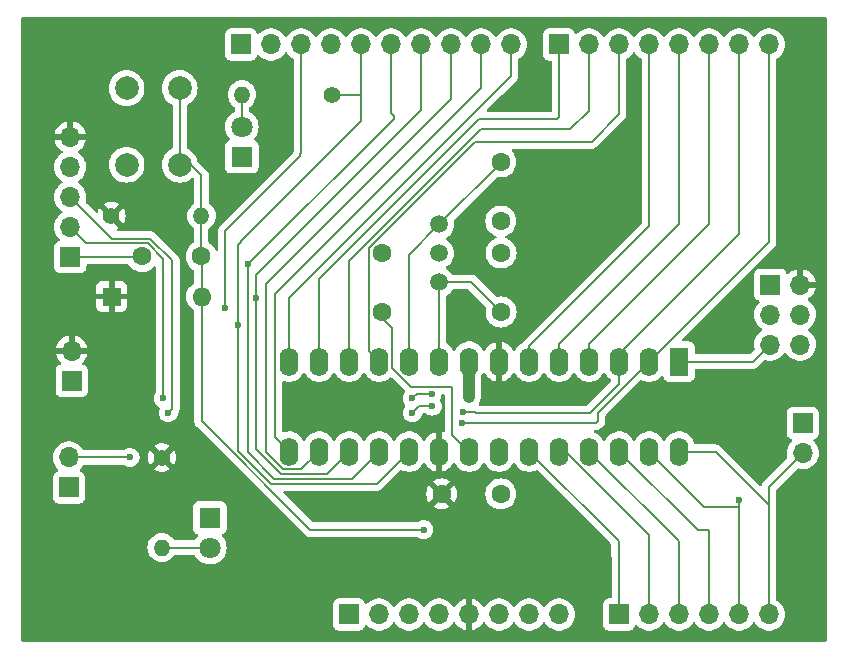
<source format=gtl>
G04 #@! TF.GenerationSoftware,KiCad,Pcbnew,8.0.7*
G04 #@! TF.CreationDate,2025-01-27T00:19:07+09:00*
G04 #@! TF.ProjectId,arduino_clone,61726475-696e-46f5-9f63-6c6f6e652e6b,rev?*
G04 #@! TF.SameCoordinates,Original*
G04 #@! TF.FileFunction,Copper,L1,Top*
G04 #@! TF.FilePolarity,Positive*
%FSLAX46Y46*%
G04 Gerber Fmt 4.6, Leading zero omitted, Abs format (unit mm)*
G04 Created by KiCad (PCBNEW 8.0.7) date 2025-01-27 00:19:07*
%MOMM*%
%LPD*%
G01*
G04 APERTURE LIST*
G04 #@! TA.AperFunction,ComponentPad*
%ADD10C,2.000000*%
G04 #@! TD*
G04 #@! TA.AperFunction,ComponentPad*
%ADD11O,1.700000X1.700000*%
G04 #@! TD*
G04 #@! TA.AperFunction,ComponentPad*
%ADD12R,1.700000X1.700000*%
G04 #@! TD*
G04 #@! TA.AperFunction,ComponentPad*
%ADD13C,1.500000*%
G04 #@! TD*
G04 #@! TA.AperFunction,ComponentPad*
%ADD14R,1.600000X2.400000*%
G04 #@! TD*
G04 #@! TA.AperFunction,ComponentPad*
%ADD15O,1.600000X2.400000*%
G04 #@! TD*
G04 #@! TA.AperFunction,ComponentPad*
%ADD16C,1.400000*%
G04 #@! TD*
G04 #@! TA.AperFunction,ComponentPad*
%ADD17O,1.400000X1.400000*%
G04 #@! TD*
G04 #@! TA.AperFunction,ComponentPad*
%ADD18R,1.800000X1.800000*%
G04 #@! TD*
G04 #@! TA.AperFunction,ComponentPad*
%ADD19C,1.800000*%
G04 #@! TD*
G04 #@! TA.AperFunction,ComponentPad*
%ADD20R,1.600000X1.600000*%
G04 #@! TD*
G04 #@! TA.AperFunction,ComponentPad*
%ADD21O,1.600000X1.600000*%
G04 #@! TD*
G04 #@! TA.AperFunction,ComponentPad*
%ADD22C,1.600000*%
G04 #@! TD*
G04 #@! TA.AperFunction,ViaPad*
%ADD23C,0.600000*%
G04 #@! TD*
G04 #@! TA.AperFunction,Conductor*
%ADD24C,0.200000*%
G04 #@! TD*
G04 #@! TA.AperFunction,Conductor*
%ADD25C,1.000000*%
G04 #@! TD*
G04 APERTURE END LIST*
D10*
X113610000Y-52890000D03*
X113610000Y-59390000D03*
X109110000Y-52890000D03*
X109110000Y-59390000D03*
D11*
X166360000Y-83785000D03*
D12*
X166360000Y-81245000D03*
X104455000Y-77675000D03*
D11*
X104455000Y-75135000D03*
D13*
X135580000Y-64440000D03*
X135580000Y-66880000D03*
X135580000Y-69320000D03*
D14*
X155890000Y-76050000D03*
D15*
X153350000Y-76050000D03*
X150810000Y-76050000D03*
X148270000Y-76050000D03*
X145730000Y-76050000D03*
X143190000Y-76050000D03*
X140650000Y-76050000D03*
X138110000Y-76050000D03*
X135570000Y-76050000D03*
X133030000Y-76050000D03*
X130490000Y-76050000D03*
X127950000Y-76050000D03*
X125410000Y-76050000D03*
X122870000Y-76050000D03*
X122870000Y-83670000D03*
X125410000Y-83670000D03*
X127950000Y-83670000D03*
X130490000Y-83670000D03*
X133030000Y-83670000D03*
X135570000Y-83670000D03*
X138110000Y-83670000D03*
X140650000Y-83670000D03*
X143190000Y-83670000D03*
X145730000Y-83670000D03*
X148270000Y-83670000D03*
X150810000Y-83670000D03*
X153350000Y-83670000D03*
X155890000Y-83670000D03*
D16*
X126500000Y-53440000D03*
D17*
X118880000Y-53440000D03*
D16*
X107830000Y-63700000D03*
D17*
X115450000Y-63700000D03*
D16*
X112090000Y-84170000D03*
D17*
X112090000Y-91790000D03*
D12*
X104225000Y-86705000D03*
D11*
X104225000Y-84165000D03*
D12*
X163600000Y-69530000D03*
D11*
X166140000Y-69530000D03*
X163600000Y-72070000D03*
X166140000Y-72070000D03*
X163600000Y-74610000D03*
X166140000Y-74610000D03*
D12*
X104340000Y-67190000D03*
D11*
X104340000Y-64650000D03*
X104340000Y-62110000D03*
X104340000Y-59570000D03*
X104340000Y-57030000D03*
D18*
X118870000Y-58700000D03*
D19*
X118870000Y-56160000D03*
D20*
X107840000Y-70540000D03*
D21*
X115460000Y-70540000D03*
D18*
X116160000Y-89260000D03*
D19*
X116160000Y-91800000D03*
D22*
X110430000Y-67130000D03*
X115430000Y-67130000D03*
X130710000Y-71870000D03*
X130710000Y-66870000D03*
X140790000Y-64150000D03*
X140790000Y-59150000D03*
X140810000Y-71850000D03*
X140810000Y-66850000D03*
X135790000Y-87250000D03*
X140790000Y-87250000D03*
D12*
X127940000Y-97460000D03*
D11*
X130480000Y-97460000D03*
X133020000Y-97460000D03*
X135560000Y-97460000D03*
X138100000Y-97460000D03*
X140640000Y-97460000D03*
X143180000Y-97460000D03*
X145720000Y-97460000D03*
D12*
X150800000Y-97460000D03*
D11*
X153340000Y-97460000D03*
X155880000Y-97460000D03*
X158420000Y-97460000D03*
X160960000Y-97460000D03*
X163500000Y-97460000D03*
D12*
X118796000Y-49200000D03*
D11*
X121336000Y-49200000D03*
X123876000Y-49200000D03*
X126416000Y-49200000D03*
X128956000Y-49200000D03*
X131496000Y-49200000D03*
X134036000Y-49200000D03*
X136576000Y-49200000D03*
X139116000Y-49200000D03*
X141656000Y-49200000D03*
D12*
X145720000Y-49200000D03*
D11*
X148260000Y-49200000D03*
X150800000Y-49200000D03*
X153340000Y-49200000D03*
X155880000Y-49200000D03*
X158420000Y-49200000D03*
X160960000Y-49200000D03*
X163500000Y-49200000D03*
D23*
X138080000Y-79050000D03*
X115040000Y-82300000D03*
X122850000Y-81330000D03*
X147960000Y-78980000D03*
X152160000Y-79110000D03*
X151140000Y-59270000D03*
X165300000Y-59180000D03*
X134990000Y-79810000D03*
X134970000Y-78775635D03*
X137540000Y-81260000D03*
X137560000Y-80300000D03*
X134260000Y-90270000D03*
X117470000Y-71540000D03*
X112210000Y-79160000D03*
X112640000Y-80380000D03*
X109390000Y-84160000D03*
X133310000Y-80380000D03*
X133290000Y-79160000D03*
X120090000Y-70670000D03*
X119430000Y-67800000D03*
X118550000Y-72970000D03*
X160950000Y-87740000D03*
D24*
X109385000Y-84165000D02*
X109390000Y-84160000D01*
X104225000Y-84165000D02*
X109385000Y-84165000D01*
X109390000Y-84160000D02*
X109375000Y-84175000D01*
D25*
X138080000Y-76080000D02*
X138110000Y-76050000D01*
X138080000Y-79050000D02*
X138080000Y-76080000D01*
D24*
X150810000Y-77920000D02*
X150810000Y-76050000D01*
X148340000Y-80390000D02*
X150810000Y-77920000D01*
X138658529Y-80390000D02*
X148340000Y-80390000D01*
X138568529Y-80300000D02*
X138658529Y-80390000D01*
X137560000Y-80300000D02*
X138568529Y-80300000D01*
X149020000Y-80380000D02*
X153350000Y-76050000D01*
X148880000Y-81210000D02*
X149020000Y-81070000D01*
X148650000Y-81210000D02*
X148880000Y-81210000D01*
X137540000Y-81260000D02*
X137580000Y-81220000D01*
X149020000Y-81070000D02*
X149020000Y-80380000D01*
X137580000Y-81220000D02*
X148640000Y-81220000D01*
X148640000Y-81220000D02*
X148650000Y-81210000D01*
X133200000Y-78175635D02*
X136680000Y-78175635D01*
X131590000Y-76565635D02*
X133200000Y-78175635D01*
X136680000Y-82240000D02*
X138110000Y-83670000D01*
X131590000Y-73220000D02*
X131590000Y-76565635D01*
X130570000Y-72200000D02*
X131590000Y-73220000D01*
X136680000Y-78175635D02*
X136680000Y-82240000D01*
X134990000Y-79810000D02*
X133880000Y-79810000D01*
X133880000Y-79810000D02*
X133310000Y-80380000D01*
X133674365Y-78775635D02*
X133290000Y-79160000D01*
X134970000Y-78775635D02*
X133674365Y-78775635D01*
X113610000Y-52890000D02*
X113610000Y-59390000D01*
X114590000Y-59390000D02*
X115450000Y-60250000D01*
X113610000Y-59390000D02*
X114590000Y-59390000D01*
X115450000Y-60250000D02*
X115450000Y-63700000D01*
X118880000Y-56150000D02*
X118870000Y-56160000D01*
X118880000Y-53440000D02*
X118880000Y-56150000D01*
X128896000Y-53440000D02*
X128956000Y-53380000D01*
X126500000Y-53440000D02*
X128896000Y-53440000D01*
X128956000Y-53380000D02*
X128956000Y-49200000D01*
X128956000Y-55664000D02*
X128956000Y-53380000D01*
X115460000Y-81095686D02*
X115460000Y-70540000D01*
X124634314Y-90270000D02*
X115460000Y-81095686D01*
X134260000Y-90270000D02*
X124634314Y-90270000D01*
X123810000Y-58460000D02*
X123876000Y-58394000D01*
X123876000Y-58394000D02*
X123876000Y-49200000D01*
X117470000Y-64950000D02*
X123810000Y-58610000D01*
X123810000Y-58610000D02*
X123810000Y-58460000D01*
X117470000Y-71540000D02*
X117470000Y-64950000D01*
X116160000Y-91800000D02*
X112100000Y-91800000D01*
X112100000Y-91800000D02*
X112090000Y-91790000D01*
X112980000Y-80040000D02*
X112640000Y-80380000D01*
X112980000Y-67480000D02*
X112980000Y-80040000D01*
X111130000Y-65630000D02*
X112980000Y-67480000D01*
X107850000Y-65630000D02*
X111130000Y-65630000D01*
X104340000Y-62120000D02*
X107850000Y-65630000D01*
X110885635Y-66030000D02*
X112210000Y-67354365D01*
X105710000Y-66030000D02*
X110885635Y-66030000D01*
X104340000Y-64660000D02*
X105710000Y-66030000D01*
X112210000Y-67354365D02*
X112210000Y-79160000D01*
X120090000Y-70670000D02*
X120090000Y-68730000D01*
X134036000Y-54784000D02*
X134036000Y-49200000D01*
X120090000Y-68730000D02*
X134036000Y-54784000D01*
X126050000Y-85570000D02*
X127950000Y-83670000D01*
X122174314Y-85570000D02*
X126050000Y-85570000D01*
X120090000Y-70730000D02*
X120090000Y-83485686D01*
X120090000Y-70710000D02*
X120090000Y-70670000D01*
X120090000Y-83485686D02*
X122174314Y-85570000D01*
X119430000Y-67800000D02*
X131740000Y-55490000D01*
X131740000Y-55490000D02*
X131740000Y-55270000D01*
X119350000Y-83700000D02*
X119350000Y-67880000D01*
X121620000Y-85970000D02*
X119350000Y-83700000D01*
X131740000Y-55270000D02*
X131496000Y-55026000D01*
X131496000Y-55026000D02*
X131496000Y-49200000D01*
X130490000Y-83670000D02*
X128190000Y-85970000D01*
X128190000Y-85970000D02*
X121620000Y-85970000D01*
X119350000Y-67880000D02*
X119430000Y-67800000D01*
X118550000Y-72970000D02*
X118550000Y-66180000D01*
X118550000Y-83620000D02*
X118550000Y-72970000D01*
X160950000Y-88330000D02*
X160930000Y-88350000D01*
X160950000Y-87740000D02*
X160950000Y-88330000D01*
X163500000Y-86645000D02*
X163500000Y-88200000D01*
X166360000Y-83785000D02*
X163500000Y-86645000D01*
X118770000Y-65850000D02*
X128956000Y-55664000D01*
X118550000Y-66180000D02*
X118770000Y-65960000D01*
X121300000Y-86370000D02*
X118550000Y-83620000D01*
X118770000Y-65960000D02*
X118770000Y-65850000D01*
X130330000Y-86370000D02*
X121300000Y-86370000D01*
X133030000Y-83670000D02*
X130330000Y-86370000D01*
X136576000Y-53774000D02*
X136576000Y-49200000D01*
X120900000Y-69450000D02*
X136576000Y-53774000D01*
X120900000Y-83730000D02*
X120900000Y-69450000D01*
X122340000Y-85170000D02*
X120900000Y-83730000D01*
X123910000Y-85170000D02*
X122340000Y-85170000D01*
X125410000Y-83670000D02*
X123910000Y-85170000D01*
X139116000Y-52864000D02*
X139116000Y-49200000D01*
X121660000Y-82460000D02*
X121660000Y-70320000D01*
X122870000Y-83670000D02*
X121660000Y-82460000D01*
X121660000Y-70320000D02*
X139116000Y-52864000D01*
X110360000Y-67200000D02*
X110430000Y-67130000D01*
X104340000Y-67200000D02*
X110360000Y-67200000D01*
X141656000Y-51844000D02*
X141656000Y-49200000D01*
X122870000Y-70630000D02*
X141656000Y-51844000D01*
X122870000Y-76050000D02*
X122870000Y-70630000D01*
X138920000Y-55520000D02*
X125410000Y-69030000D01*
X145540000Y-55520000D02*
X138920000Y-55520000D01*
X145720000Y-55340000D02*
X145540000Y-55520000D01*
X125410000Y-69030000D02*
X125410000Y-76050000D01*
X145720000Y-49200000D02*
X145720000Y-55340000D01*
X148260000Y-54810000D02*
X146690000Y-56380000D01*
X148260000Y-49200000D02*
X148260000Y-54810000D01*
X139078679Y-56380000D02*
X146690000Y-56380000D01*
X127950000Y-67508679D02*
X139078679Y-56380000D01*
X127950000Y-76050000D02*
X127950000Y-67508679D01*
X150800000Y-55110000D02*
X148480000Y-57430000D01*
X150800000Y-49200000D02*
X150800000Y-55110000D01*
X138594365Y-57430000D02*
X148480000Y-57430000D01*
X129610000Y-66414365D02*
X138594365Y-57430000D01*
X129610000Y-75170000D02*
X129610000Y-66414365D01*
X130490000Y-76050000D02*
X129610000Y-75170000D01*
X115430000Y-63720000D02*
X115450000Y-63700000D01*
X115430000Y-67130000D02*
X115430000Y-63720000D01*
X115460000Y-67160000D02*
X115430000Y-67130000D01*
X115460000Y-70540000D02*
X115460000Y-67160000D01*
X153340000Y-64580000D02*
X153340000Y-49200000D01*
X143190000Y-74730000D02*
X153340000Y-64580000D01*
X143190000Y-76050000D02*
X143190000Y-74730000D01*
X145730000Y-74580000D02*
X145730000Y-76050000D01*
X155880000Y-49200000D02*
X155880000Y-64430000D01*
X155880000Y-64430000D02*
X145730000Y-74580000D01*
X158420000Y-64430000D02*
X148270000Y-74580000D01*
X148270000Y-74580000D02*
X148270000Y-76050000D01*
X158420000Y-49200000D02*
X158420000Y-64430000D01*
X150810000Y-75380000D02*
X150810000Y-76050000D01*
X160960000Y-65230000D02*
X150810000Y-75380000D01*
X160960000Y-49200000D02*
X160960000Y-65230000D01*
X163500000Y-65900000D02*
X153350000Y-76050000D01*
X163500000Y-49200000D02*
X163500000Y-65900000D01*
X162160000Y-76050000D02*
X163600000Y-74610000D01*
X155890000Y-76050000D02*
X162160000Y-76050000D01*
X135790000Y-83890000D02*
X135570000Y-83670000D01*
X140790000Y-83810000D02*
X140650000Y-83670000D01*
X150800000Y-92410000D02*
X150800000Y-97460000D01*
X150760000Y-92370000D02*
X150800000Y-92410000D01*
X150760000Y-91240000D02*
X150760000Y-92370000D01*
X143190000Y-83670000D02*
X150760000Y-91240000D01*
X153340000Y-90695635D02*
X153340000Y-97460000D01*
X146314365Y-83670000D02*
X153340000Y-90695635D01*
X145730000Y-83670000D02*
X146314365Y-83670000D01*
X155880000Y-92510000D02*
X155880000Y-97460000D01*
X155840000Y-92470000D02*
X155880000Y-92510000D01*
X155840000Y-91240000D02*
X155840000Y-92470000D01*
X148270000Y-83670000D02*
X155840000Y-91240000D01*
X157470000Y-90330000D02*
X150810000Y-83670000D01*
X158320000Y-90330000D02*
X157470000Y-90330000D01*
X158420000Y-90430000D02*
X158320000Y-90330000D01*
X158420000Y-97460000D02*
X158420000Y-90430000D01*
X160930000Y-88350000D02*
X158030000Y-88350000D01*
X160960000Y-88420000D02*
X160980000Y-88400000D01*
X160980000Y-88400000D02*
X160930000Y-88350000D01*
X158030000Y-88350000D02*
X153350000Y-83670000D01*
X160960000Y-97460000D02*
X160960000Y-88420000D01*
X163500000Y-88200000D02*
X163500000Y-97460000D01*
X158970000Y-83670000D02*
X163500000Y-88200000D01*
X155890000Y-83670000D02*
X158970000Y-83670000D01*
X133030000Y-66990000D02*
X133030000Y-76050000D01*
X135580000Y-64440000D02*
X133030000Y-66990000D01*
X135580000Y-76040000D02*
X135570000Y-76050000D01*
X135580000Y-69320000D02*
X135580000Y-76040000D01*
X138280000Y-69320000D02*
X140810000Y-71850000D01*
X135580000Y-69320000D02*
X138280000Y-69320000D01*
X140790000Y-59230000D02*
X140790000Y-59150000D01*
X135580000Y-64440000D02*
X140790000Y-59230000D01*
X140810000Y-64170000D02*
X140790000Y-64150000D01*
X140780000Y-66880000D02*
X140810000Y-66850000D01*
G04 #@! TA.AperFunction,Conductor*
G36*
X129291446Y-77011487D02*
G01*
X129330485Y-77056541D01*
X129370873Y-77135806D01*
X129491926Y-77302423D01*
X129491930Y-77302428D01*
X129637571Y-77448069D01*
X129637576Y-77448073D01*
X129767410Y-77542402D01*
X129804197Y-77569129D01*
X129890809Y-77613260D01*
X129987705Y-77662632D01*
X129987707Y-77662632D01*
X129987710Y-77662634D01*
X130050818Y-77683139D01*
X130183591Y-77726280D01*
X130232529Y-77734031D01*
X130387019Y-77758500D01*
X130387020Y-77758500D01*
X130592980Y-77758500D01*
X130592981Y-77758500D01*
X130796408Y-77726280D01*
X130992290Y-77662634D01*
X131175803Y-77569129D01*
X131342430Y-77448068D01*
X131389476Y-77401022D01*
X131450799Y-77367537D01*
X131520491Y-77372521D01*
X131564838Y-77401022D01*
X132647692Y-78483876D01*
X132681177Y-78545199D01*
X132676193Y-78614891D01*
X132656962Y-78648865D01*
X132653890Y-78652716D01*
X132556958Y-78806982D01*
X132496782Y-78978953D01*
X132496781Y-78978958D01*
X132476384Y-79159996D01*
X132476384Y-79160003D01*
X132496781Y-79341041D01*
X132496782Y-79341046D01*
X132556958Y-79513017D01*
X132653889Y-79667281D01*
X132678927Y-79692319D01*
X132712412Y-79753642D01*
X132707428Y-79823334D01*
X132678927Y-79867681D01*
X132673889Y-79872718D01*
X132576958Y-80026982D01*
X132516782Y-80198953D01*
X132516781Y-80198958D01*
X132496384Y-80379996D01*
X132496384Y-80380003D01*
X132516781Y-80561041D01*
X132516782Y-80561046D01*
X132576958Y-80733017D01*
X132630754Y-80818633D01*
X132673889Y-80887281D01*
X132802719Y-81016111D01*
X132956985Y-81113043D01*
X133128953Y-81173217D01*
X133128958Y-81173218D01*
X133309996Y-81193616D01*
X133310000Y-81193616D01*
X133310004Y-81193616D01*
X133491041Y-81173218D01*
X133491044Y-81173217D01*
X133491047Y-81173217D01*
X133663015Y-81113043D01*
X133817281Y-81016111D01*
X133946111Y-80887281D01*
X134043043Y-80733015D01*
X134103217Y-80561047D01*
X134106870Y-80528617D01*
X134133936Y-80464204D01*
X134191530Y-80424648D01*
X134230091Y-80418500D01*
X134404707Y-80418500D01*
X134471746Y-80438185D01*
X134482023Y-80445555D01*
X134482717Y-80446109D01*
X134482719Y-80446111D01*
X134636985Y-80543043D01*
X134808953Y-80603217D01*
X134808958Y-80603218D01*
X134989996Y-80623616D01*
X134990000Y-80623616D01*
X134990004Y-80623616D01*
X135171041Y-80603218D01*
X135171044Y-80603217D01*
X135171047Y-80603217D01*
X135343015Y-80543043D01*
X135497281Y-80446111D01*
X135626111Y-80317281D01*
X135723043Y-80163015D01*
X135783217Y-79991047D01*
X135783218Y-79991041D01*
X135803616Y-79810003D01*
X135803616Y-79809996D01*
X135783218Y-79628958D01*
X135783217Y-79628953D01*
X135769100Y-79588609D01*
X135723043Y-79456985D01*
X135651341Y-79342873D01*
X135632342Y-79275638D01*
X135651342Y-79210930D01*
X135703043Y-79128650D01*
X135763217Y-78956682D01*
X135770251Y-78894253D01*
X135797317Y-78829839D01*
X135854911Y-78790283D01*
X135893471Y-78784135D01*
X135947500Y-78784135D01*
X136014539Y-78803820D01*
X136060294Y-78856624D01*
X136071500Y-78908135D01*
X136071500Y-81895375D01*
X136051815Y-81962414D01*
X135999011Y-82008169D01*
X135929853Y-82018113D01*
X135909182Y-82013306D01*
X135874414Y-82002009D01*
X135820000Y-81993390D01*
X135820000Y-83354314D01*
X135815606Y-83349920D01*
X135724394Y-83297259D01*
X135622661Y-83270000D01*
X135517339Y-83270000D01*
X135415606Y-83297259D01*
X135324394Y-83349920D01*
X135320000Y-83354314D01*
X135320000Y-81993390D01*
X135265586Y-82002009D01*
X135070970Y-82065244D01*
X134888650Y-82158140D01*
X134723105Y-82278417D01*
X134723104Y-82278417D01*
X134578417Y-82423104D01*
X134578417Y-82423105D01*
X134458140Y-82588650D01*
X134415254Y-82672819D01*
X134367279Y-82723615D01*
X134299458Y-82740410D01*
X134233323Y-82717872D01*
X134194284Y-82672819D01*
X134186688Y-82657911D01*
X134149129Y-82584197D01*
X134095940Y-82510988D01*
X134028073Y-82417576D01*
X134028069Y-82417571D01*
X133882428Y-82271930D01*
X133882423Y-82271926D01*
X133715806Y-82150873D01*
X133715805Y-82150872D01*
X133715803Y-82150871D01*
X133658496Y-82121671D01*
X133532294Y-82057367D01*
X133336408Y-81993719D01*
X133160794Y-81965905D01*
X133132981Y-81961500D01*
X132927019Y-81961500D01*
X132902550Y-81965375D01*
X132723591Y-81993719D01*
X132527705Y-82057367D01*
X132344193Y-82150873D01*
X132177576Y-82271926D01*
X132177571Y-82271930D01*
X132031930Y-82417571D01*
X132031926Y-82417576D01*
X131910871Y-82584195D01*
X131870484Y-82663459D01*
X131822510Y-82714254D01*
X131754689Y-82731049D01*
X131688554Y-82708511D01*
X131649516Y-82663459D01*
X131609128Y-82584195D01*
X131488073Y-82417576D01*
X131488069Y-82417571D01*
X131342428Y-82271930D01*
X131342423Y-82271926D01*
X131175806Y-82150873D01*
X131175805Y-82150872D01*
X131175803Y-82150871D01*
X131118496Y-82121671D01*
X130992294Y-82057367D01*
X130796408Y-81993719D01*
X130620794Y-81965905D01*
X130592981Y-81961500D01*
X130387019Y-81961500D01*
X130362550Y-81965375D01*
X130183591Y-81993719D01*
X129987705Y-82057367D01*
X129804193Y-82150873D01*
X129637576Y-82271926D01*
X129637571Y-82271930D01*
X129491930Y-82417571D01*
X129491926Y-82417576D01*
X129370871Y-82584195D01*
X129330484Y-82663459D01*
X129282510Y-82714254D01*
X129214689Y-82731049D01*
X129148554Y-82708511D01*
X129109516Y-82663459D01*
X129069128Y-82584195D01*
X128948073Y-82417576D01*
X128948069Y-82417571D01*
X128802428Y-82271930D01*
X128802423Y-82271926D01*
X128635806Y-82150873D01*
X128635805Y-82150872D01*
X128635803Y-82150871D01*
X128578496Y-82121671D01*
X128452294Y-82057367D01*
X128256408Y-81993719D01*
X128080794Y-81965905D01*
X128052981Y-81961500D01*
X127847019Y-81961500D01*
X127822550Y-81965375D01*
X127643591Y-81993719D01*
X127447705Y-82057367D01*
X127264193Y-82150873D01*
X127097576Y-82271926D01*
X127097571Y-82271930D01*
X126951930Y-82417571D01*
X126951926Y-82417576D01*
X126830871Y-82584195D01*
X126790484Y-82663459D01*
X126742510Y-82714254D01*
X126674689Y-82731049D01*
X126608554Y-82708511D01*
X126569516Y-82663459D01*
X126529128Y-82584195D01*
X126408073Y-82417576D01*
X126408069Y-82417571D01*
X126262428Y-82271930D01*
X126262423Y-82271926D01*
X126095806Y-82150873D01*
X126095805Y-82150872D01*
X126095803Y-82150871D01*
X126038496Y-82121671D01*
X125912294Y-82057367D01*
X125716408Y-81993719D01*
X125540794Y-81965905D01*
X125512981Y-81961500D01*
X125307019Y-81961500D01*
X125282550Y-81965375D01*
X125103591Y-81993719D01*
X124907705Y-82057367D01*
X124724193Y-82150873D01*
X124557576Y-82271926D01*
X124557571Y-82271930D01*
X124411930Y-82417571D01*
X124411926Y-82417576D01*
X124290871Y-82584195D01*
X124250484Y-82663459D01*
X124202510Y-82714254D01*
X124134689Y-82731049D01*
X124068554Y-82708511D01*
X124029516Y-82663459D01*
X123989128Y-82584195D01*
X123868073Y-82417576D01*
X123868069Y-82417571D01*
X123722428Y-82271930D01*
X123722423Y-82271926D01*
X123555806Y-82150873D01*
X123555805Y-82150872D01*
X123555803Y-82150871D01*
X123498496Y-82121671D01*
X123372294Y-82057367D01*
X123176408Y-81993719D01*
X123000794Y-81965905D01*
X122972981Y-81961500D01*
X122767019Y-81961500D01*
X122712425Y-81970147D01*
X122563590Y-81993720D01*
X122563587Y-81993720D01*
X122430818Y-82036860D01*
X122360977Y-82038855D01*
X122301144Y-82002775D01*
X122270316Y-81940074D01*
X122268500Y-81918929D01*
X122268500Y-77801070D01*
X122288185Y-77734031D01*
X122340989Y-77688276D01*
X122410147Y-77678332D01*
X122430814Y-77683138D01*
X122485444Y-77700888D01*
X122563591Y-77726280D01*
X122612529Y-77734031D01*
X122767019Y-77758500D01*
X122767020Y-77758500D01*
X122972980Y-77758500D01*
X122972981Y-77758500D01*
X123176408Y-77726280D01*
X123372290Y-77662634D01*
X123555803Y-77569129D01*
X123722430Y-77448068D01*
X123868068Y-77302430D01*
X123989129Y-77135803D01*
X124029515Y-77056540D01*
X124077490Y-77005745D01*
X124145311Y-76988950D01*
X124211446Y-77011487D01*
X124250485Y-77056541D01*
X124290873Y-77135806D01*
X124411926Y-77302423D01*
X124411930Y-77302428D01*
X124557571Y-77448069D01*
X124557576Y-77448073D01*
X124687410Y-77542402D01*
X124724197Y-77569129D01*
X124810809Y-77613260D01*
X124907705Y-77662632D01*
X124907707Y-77662632D01*
X124907710Y-77662634D01*
X124970818Y-77683139D01*
X125103591Y-77726280D01*
X125152529Y-77734031D01*
X125307019Y-77758500D01*
X125307020Y-77758500D01*
X125512980Y-77758500D01*
X125512981Y-77758500D01*
X125716408Y-77726280D01*
X125912290Y-77662634D01*
X126095803Y-77569129D01*
X126262430Y-77448068D01*
X126408068Y-77302430D01*
X126529129Y-77135803D01*
X126569515Y-77056540D01*
X126617490Y-77005745D01*
X126685311Y-76988950D01*
X126751446Y-77011487D01*
X126790485Y-77056541D01*
X126830873Y-77135806D01*
X126951926Y-77302423D01*
X126951930Y-77302428D01*
X127097571Y-77448069D01*
X127097576Y-77448073D01*
X127227410Y-77542402D01*
X127264197Y-77569129D01*
X127350809Y-77613260D01*
X127447705Y-77662632D01*
X127447707Y-77662632D01*
X127447710Y-77662634D01*
X127510818Y-77683139D01*
X127643591Y-77726280D01*
X127692529Y-77734031D01*
X127847019Y-77758500D01*
X127847020Y-77758500D01*
X128052980Y-77758500D01*
X128052981Y-77758500D01*
X128256408Y-77726280D01*
X128452290Y-77662634D01*
X128635803Y-77569129D01*
X128802430Y-77448068D01*
X128948068Y-77302430D01*
X129069129Y-77135803D01*
X129109515Y-77056540D01*
X129157490Y-77005745D01*
X129225311Y-76988950D01*
X129291446Y-77011487D01*
G37*
G04 #@! TD.AperFunction*
G04 #@! TA.AperFunction,Conductor*
G36*
X140900000Y-77726607D02*
G01*
X140954421Y-77717988D01*
X141149031Y-77654754D01*
X141331349Y-77561859D01*
X141496894Y-77441582D01*
X141496895Y-77441582D01*
X141641582Y-77296895D01*
X141641582Y-77296894D01*
X141761861Y-77131347D01*
X141804745Y-77047181D01*
X141852718Y-76996385D01*
X141920539Y-76979589D01*
X141986674Y-77002126D01*
X142025715Y-77047180D01*
X142070873Y-77135806D01*
X142191926Y-77302423D01*
X142191930Y-77302428D01*
X142337571Y-77448069D01*
X142337576Y-77448073D01*
X142467410Y-77542402D01*
X142504197Y-77569129D01*
X142590809Y-77613260D01*
X142687705Y-77662632D01*
X142687707Y-77662632D01*
X142687710Y-77662634D01*
X142750818Y-77683139D01*
X142883591Y-77726280D01*
X142932529Y-77734031D01*
X143087019Y-77758500D01*
X143087020Y-77758500D01*
X143292980Y-77758500D01*
X143292981Y-77758500D01*
X143496408Y-77726280D01*
X143692290Y-77662634D01*
X143875803Y-77569129D01*
X144042430Y-77448068D01*
X144188068Y-77302430D01*
X144309129Y-77135803D01*
X144349515Y-77056540D01*
X144397490Y-77005745D01*
X144465311Y-76988950D01*
X144531446Y-77011487D01*
X144570485Y-77056541D01*
X144610873Y-77135806D01*
X144731926Y-77302423D01*
X144731930Y-77302428D01*
X144877571Y-77448069D01*
X144877576Y-77448073D01*
X145007410Y-77542402D01*
X145044197Y-77569129D01*
X145130809Y-77613260D01*
X145227705Y-77662632D01*
X145227707Y-77662632D01*
X145227710Y-77662634D01*
X145290818Y-77683139D01*
X145423591Y-77726280D01*
X145472529Y-77734031D01*
X145627019Y-77758500D01*
X145627020Y-77758500D01*
X145832980Y-77758500D01*
X145832981Y-77758500D01*
X146036408Y-77726280D01*
X146232290Y-77662634D01*
X146415803Y-77569129D01*
X146582430Y-77448068D01*
X146728068Y-77302430D01*
X146849129Y-77135803D01*
X146889515Y-77056540D01*
X146937490Y-77005745D01*
X147005311Y-76988950D01*
X147071446Y-77011487D01*
X147110485Y-77056541D01*
X147150873Y-77135806D01*
X147271926Y-77302423D01*
X147271930Y-77302428D01*
X147417571Y-77448069D01*
X147417576Y-77448073D01*
X147547410Y-77542402D01*
X147584197Y-77569129D01*
X147670809Y-77613260D01*
X147767705Y-77662632D01*
X147767707Y-77662632D01*
X147767710Y-77662634D01*
X147830818Y-77683139D01*
X147963591Y-77726280D01*
X148012529Y-77734031D01*
X148167019Y-77758500D01*
X148167020Y-77758500D01*
X148372980Y-77758500D01*
X148372981Y-77758500D01*
X148576408Y-77726280D01*
X148772290Y-77662634D01*
X148955803Y-77569129D01*
X149122430Y-77448068D01*
X149268068Y-77302430D01*
X149389129Y-77135803D01*
X149429515Y-77056540D01*
X149477490Y-77005745D01*
X149545311Y-76988950D01*
X149611446Y-77011487D01*
X149650485Y-77056541D01*
X149690873Y-77135806D01*
X149811926Y-77302423D01*
X149811930Y-77302428D01*
X149957575Y-77448073D01*
X150108749Y-77557906D01*
X150151415Y-77613235D01*
X150157394Y-77682849D01*
X150124789Y-77744644D01*
X150123545Y-77745905D01*
X148124270Y-79745181D01*
X148062947Y-79778666D01*
X148036589Y-79781500D01*
X139036128Y-79781500D01*
X138969089Y-79761815D01*
X138923334Y-79709011D01*
X138913390Y-79639853D01*
X138933026Y-79588609D01*
X138973717Y-79527710D01*
X138973717Y-79527709D01*
X138973721Y-79527704D01*
X139049744Y-79344169D01*
X139088500Y-79149329D01*
X139088500Y-77369653D01*
X139108185Y-77302614D01*
X139112182Y-77296768D01*
X139229128Y-77135804D01*
X139274284Y-77047181D01*
X139322258Y-76996384D01*
X139390079Y-76979589D01*
X139456214Y-77002126D01*
X139495254Y-77047180D01*
X139538140Y-77131349D01*
X139658417Y-77296894D01*
X139658417Y-77296895D01*
X139803104Y-77441582D01*
X139968650Y-77561859D01*
X140150968Y-77654754D01*
X140345578Y-77717988D01*
X140400000Y-77726607D01*
X140400000Y-76365686D01*
X140404394Y-76370080D01*
X140495606Y-76422741D01*
X140597339Y-76450000D01*
X140702661Y-76450000D01*
X140804394Y-76422741D01*
X140895606Y-76370080D01*
X140900000Y-76365686D01*
X140900000Y-77726607D01*
G37*
G04 #@! TD.AperFunction*
G04 #@! TA.AperFunction,Conductor*
G36*
X152151905Y-49873515D02*
G01*
X152173804Y-49898787D01*
X152264278Y-50037268D01*
X152264283Y-50037273D01*
X152264284Y-50037276D01*
X152390968Y-50174889D01*
X152416760Y-50202906D01*
X152594424Y-50341189D01*
X152594426Y-50341190D01*
X152594433Y-50341195D01*
X152666516Y-50380203D01*
X152716107Y-50429421D01*
X152731500Y-50489258D01*
X152731500Y-64276589D01*
X152711815Y-64343628D01*
X152695181Y-64364270D01*
X142703080Y-74356370D01*
X142703076Y-74356376D01*
X142661595Y-74428221D01*
X142611027Y-74476436D01*
X142610505Y-74476703D01*
X142504195Y-74530871D01*
X142337576Y-74651926D01*
X142337571Y-74651930D01*
X142191930Y-74797571D01*
X142191926Y-74797576D01*
X142070871Y-74964195D01*
X142025714Y-75052820D01*
X141977740Y-75103615D01*
X141909918Y-75120410D01*
X141843784Y-75097872D01*
X141804745Y-75052818D01*
X141761861Y-74968652D01*
X141641582Y-74803105D01*
X141641582Y-74803104D01*
X141496895Y-74658417D01*
X141331349Y-74538140D01*
X141149029Y-74445244D01*
X140954413Y-74382009D01*
X140900000Y-74373390D01*
X140900000Y-75734314D01*
X140895606Y-75729920D01*
X140804394Y-75677259D01*
X140702661Y-75650000D01*
X140597339Y-75650000D01*
X140495606Y-75677259D01*
X140404394Y-75729920D01*
X140400000Y-75734314D01*
X140400000Y-74373390D01*
X140345586Y-74382009D01*
X140150970Y-74445244D01*
X139968650Y-74538140D01*
X139803105Y-74658417D01*
X139803104Y-74658417D01*
X139658417Y-74803104D01*
X139658417Y-74803105D01*
X139538140Y-74968650D01*
X139495254Y-75052819D01*
X139447279Y-75103615D01*
X139379458Y-75120410D01*
X139313323Y-75097872D01*
X139274284Y-75052819D01*
X139229129Y-74964197D01*
X139213007Y-74942007D01*
X139108073Y-74797576D01*
X139108069Y-74797571D01*
X138962428Y-74651930D01*
X138962423Y-74651926D01*
X138795806Y-74530873D01*
X138795805Y-74530872D01*
X138795803Y-74530871D01*
X138715890Y-74490153D01*
X138612294Y-74437367D01*
X138416408Y-74373719D01*
X138235862Y-74345124D01*
X138212981Y-74341500D01*
X138007019Y-74341500D01*
X137984138Y-74345124D01*
X137803591Y-74373719D01*
X137607705Y-74437367D01*
X137424193Y-74530873D01*
X137257576Y-74651926D01*
X137257571Y-74651930D01*
X137111930Y-74797571D01*
X137111926Y-74797576D01*
X136990871Y-74964195D01*
X136950484Y-75043459D01*
X136902510Y-75094254D01*
X136834689Y-75111049D01*
X136768554Y-75088511D01*
X136729516Y-75043459D01*
X136689128Y-74964195D01*
X136568073Y-74797576D01*
X136568069Y-74797571D01*
X136422428Y-74651930D01*
X136422423Y-74651926D01*
X136255802Y-74530870D01*
X136251651Y-74528326D01*
X136252250Y-74527348D01*
X136205397Y-74483079D01*
X136188500Y-74420590D01*
X136188500Y-70494819D01*
X136208185Y-70427780D01*
X136241376Y-70393244D01*
X136392038Y-70287749D01*
X136547749Y-70132038D01*
X136653244Y-69981375D01*
X136707822Y-69937751D01*
X136754819Y-69928500D01*
X137976589Y-69928500D01*
X138043628Y-69948185D01*
X138064270Y-69964819D01*
X139509135Y-71409684D01*
X139542620Y-71471007D01*
X139541229Y-71529457D01*
X139516459Y-71621904D01*
X139516456Y-71621918D01*
X139496502Y-71849998D01*
X139496502Y-71850001D01*
X139516456Y-72078081D01*
X139516457Y-72078089D01*
X139575714Y-72299238D01*
X139575718Y-72299249D01*
X139659482Y-72478882D01*
X139672477Y-72506749D01*
X139803802Y-72694300D01*
X139965700Y-72856198D01*
X140153251Y-72987523D01*
X140244908Y-73030263D01*
X140360750Y-73084281D01*
X140360752Y-73084281D01*
X140360757Y-73084284D01*
X140581913Y-73143543D01*
X140744832Y-73157796D01*
X140809998Y-73163498D01*
X140810000Y-73163498D01*
X140810002Y-73163498D01*
X140867021Y-73158509D01*
X141038087Y-73143543D01*
X141259243Y-73084284D01*
X141466749Y-72987523D01*
X141654300Y-72856198D01*
X141816198Y-72694300D01*
X141947523Y-72506749D01*
X142044284Y-72299243D01*
X142103543Y-72078087D01*
X142123498Y-71850000D01*
X142103543Y-71621913D01*
X142044284Y-71400757D01*
X142042291Y-71396484D01*
X141956850Y-71213254D01*
X141947523Y-71193251D01*
X141816198Y-71005700D01*
X141654300Y-70843802D01*
X141466749Y-70712477D01*
X141464654Y-70711500D01*
X141259249Y-70615718D01*
X141259238Y-70615714D01*
X141038089Y-70556457D01*
X141038081Y-70556456D01*
X140810002Y-70536502D01*
X140809998Y-70536502D01*
X140581918Y-70556456D01*
X140581904Y-70556459D01*
X140489457Y-70581229D01*
X140419607Y-70579566D01*
X140369684Y-70549135D01*
X138653629Y-68833080D01*
X138653627Y-68833078D01*
X138514873Y-68752968D01*
X138437491Y-68732234D01*
X138437490Y-68732233D01*
X138380844Y-68717055D01*
X138360111Y-68711500D01*
X138360110Y-68711500D01*
X136754818Y-68711500D01*
X136687779Y-68691815D01*
X136653243Y-68658623D01*
X136547752Y-68507966D01*
X136547747Y-68507960D01*
X136392038Y-68352251D01*
X136323143Y-68304010D01*
X136211654Y-68225944D01*
X136182570Y-68212382D01*
X136130130Y-68166210D01*
X136110978Y-68099017D01*
X136131193Y-68032136D01*
X136182570Y-67987618D01*
X136183479Y-67987194D01*
X136211654Y-67974056D01*
X136392038Y-67847749D01*
X136547749Y-67692038D01*
X136674056Y-67511654D01*
X136767120Y-67312076D01*
X136824115Y-67099371D01*
X136840692Y-66909889D01*
X136843307Y-66880002D01*
X136843307Y-66879997D01*
X136824115Y-66660634D01*
X136824115Y-66660629D01*
X136767120Y-66447924D01*
X136674056Y-66248347D01*
X136674054Y-66248344D01*
X136674053Y-66248342D01*
X136587491Y-66124719D01*
X136547749Y-66067962D01*
X136392038Y-65912251D01*
X136211654Y-65785944D01*
X136182570Y-65772382D01*
X136130130Y-65726210D01*
X136110978Y-65659017D01*
X136131193Y-65592136D01*
X136182570Y-65547618D01*
X136183141Y-65547351D01*
X136211654Y-65534056D01*
X136392038Y-65407749D01*
X136547749Y-65252038D01*
X136674056Y-65071654D01*
X136767120Y-64872076D01*
X136824115Y-64659371D01*
X136843307Y-64440000D01*
X136837890Y-64378087D01*
X136833504Y-64327951D01*
X136824115Y-64220629D01*
X136807945Y-64160282D01*
X136808190Y-64149998D01*
X139476502Y-64149998D01*
X139476502Y-64150001D01*
X139496456Y-64378081D01*
X139496457Y-64378089D01*
X139555714Y-64599238D01*
X139555718Y-64599249D01*
X139644464Y-64789565D01*
X139652477Y-64806749D01*
X139783802Y-64994300D01*
X139945700Y-65156198D01*
X140133251Y-65287523D01*
X140247578Y-65340834D01*
X140340750Y-65384281D01*
X140340752Y-65384281D01*
X140340757Y-65384284D01*
X140340761Y-65384285D01*
X140345851Y-65386138D01*
X140345356Y-65387496D01*
X140399221Y-65420319D01*
X140429758Y-65483162D01*
X140421473Y-65552538D01*
X140376995Y-65606422D01*
X140359883Y-65616123D01*
X140153251Y-65712476D01*
X140041179Y-65790951D01*
X139965700Y-65843802D01*
X139965698Y-65843803D01*
X139965695Y-65843806D01*
X139803806Y-66005695D01*
X139803803Y-66005698D01*
X139803802Y-66005700D01*
X139789798Y-66025700D01*
X139672476Y-66193252D01*
X139672475Y-66193254D01*
X139575718Y-66400750D01*
X139575714Y-66400761D01*
X139516457Y-66621910D01*
X139516456Y-66621918D01*
X139496502Y-66849998D01*
X139496502Y-66850001D01*
X139516456Y-67078081D01*
X139516457Y-67078089D01*
X139575714Y-67299238D01*
X139575718Y-67299249D01*
X139667429Y-67495924D01*
X139672477Y-67506749D01*
X139803802Y-67694300D01*
X139965700Y-67856198D01*
X140153251Y-67987523D01*
X140196144Y-68007524D01*
X140360750Y-68084281D01*
X140360752Y-68084281D01*
X140360757Y-68084284D01*
X140581913Y-68143543D01*
X140744832Y-68157796D01*
X140809998Y-68163498D01*
X140810000Y-68163498D01*
X140810002Y-68163498D01*
X140867021Y-68158509D01*
X141038087Y-68143543D01*
X141259243Y-68084284D01*
X141466749Y-67987523D01*
X141654300Y-67856198D01*
X141816198Y-67694300D01*
X141947523Y-67506749D01*
X142044284Y-67299243D01*
X142103543Y-67078087D01*
X142123498Y-66850000D01*
X142103543Y-66621913D01*
X142044284Y-66400757D01*
X141947523Y-66193251D01*
X141816198Y-66005700D01*
X141654300Y-65843802D01*
X141466749Y-65712477D01*
X141424723Y-65692880D01*
X141259249Y-65615718D01*
X141254149Y-65613862D01*
X141254641Y-65612507D01*
X141200764Y-65579665D01*
X141170237Y-65516817D01*
X141178534Y-65447442D01*
X141223022Y-65393565D01*
X141240112Y-65383878D01*
X141446749Y-65287523D01*
X141634300Y-65156198D01*
X141796198Y-64994300D01*
X141927523Y-64806749D01*
X142024284Y-64599243D01*
X142083543Y-64378087D01*
X142101053Y-64177951D01*
X142103498Y-64150001D01*
X142103498Y-64149998D01*
X142091068Y-64007924D01*
X142083543Y-63921913D01*
X142024284Y-63700757D01*
X142023931Y-63700001D01*
X141985736Y-63618091D01*
X141927523Y-63493251D01*
X141796198Y-63305700D01*
X141634300Y-63143802D01*
X141446749Y-63012477D01*
X141446745Y-63012475D01*
X141239249Y-62915718D01*
X141239238Y-62915714D01*
X141018089Y-62856457D01*
X141018081Y-62856456D01*
X140790002Y-62836502D01*
X140789998Y-62836502D01*
X140561918Y-62856456D01*
X140561910Y-62856457D01*
X140340761Y-62915714D01*
X140340750Y-62915718D01*
X140133254Y-63012475D01*
X140133252Y-63012476D01*
X140133251Y-63012477D01*
X139945700Y-63143802D01*
X139945698Y-63143803D01*
X139945695Y-63143806D01*
X139783806Y-63305695D01*
X139783803Y-63305698D01*
X139783802Y-63305700D01*
X139725907Y-63388382D01*
X139652476Y-63493252D01*
X139652475Y-63493254D01*
X139555718Y-63700750D01*
X139555714Y-63700761D01*
X139496457Y-63921910D01*
X139496456Y-63921918D01*
X139476502Y-64149998D01*
X136808190Y-64149998D01*
X136809608Y-64090433D01*
X136840037Y-64040510D01*
X140412780Y-60467767D01*
X140474101Y-60434284D01*
X140532554Y-60435675D01*
X140561913Y-60443543D01*
X140749652Y-60459968D01*
X140789998Y-60463498D01*
X140790000Y-60463498D01*
X140790002Y-60463498D01*
X140847021Y-60458509D01*
X141018087Y-60443543D01*
X141239243Y-60384284D01*
X141446749Y-60287523D01*
X141634300Y-60156198D01*
X141796198Y-59994300D01*
X141927523Y-59806749D01*
X142024284Y-59599243D01*
X142083543Y-59378087D01*
X142103498Y-59150000D01*
X142101519Y-59127385D01*
X142088942Y-58983623D01*
X142083543Y-58921913D01*
X142024284Y-58700757D01*
X142015727Y-58682407D01*
X141944608Y-58529890D01*
X141927523Y-58493251D01*
X141796198Y-58305700D01*
X141740679Y-58250181D01*
X141707194Y-58188858D01*
X141712178Y-58119166D01*
X141754050Y-58063233D01*
X141819514Y-58038816D01*
X141828360Y-58038500D01*
X148560109Y-58038500D01*
X148560110Y-58038500D01*
X148560111Y-58038500D01*
X148637491Y-58017766D01*
X148714873Y-57997032D01*
X148853627Y-57916922D01*
X151286921Y-55483628D01*
X151312174Y-55439889D01*
X151367032Y-55344872D01*
X151408500Y-55190111D01*
X151408500Y-50489258D01*
X151428185Y-50422219D01*
X151473484Y-50380203D01*
X151545566Y-50341195D01*
X151545572Y-50341191D01*
X151545576Y-50341189D01*
X151723240Y-50202906D01*
X151875722Y-50037268D01*
X151966193Y-49898790D01*
X152019338Y-49853437D01*
X152088569Y-49844013D01*
X152151905Y-49873515D01*
G37*
G04 #@! TD.AperFunction*
G04 #@! TA.AperFunction,Conductor*
G36*
X168322539Y-46880185D02*
G01*
X168368294Y-46932989D01*
X168379500Y-46984500D01*
X168379500Y-99675500D01*
X168359815Y-99742539D01*
X168307011Y-99788294D01*
X168255500Y-99799500D01*
X100324500Y-99799500D01*
X100257461Y-99779815D01*
X100211706Y-99727011D01*
X100200500Y-99675500D01*
X100200500Y-96561345D01*
X126581500Y-96561345D01*
X126581500Y-98358654D01*
X126588011Y-98419202D01*
X126588011Y-98419204D01*
X126639111Y-98556204D01*
X126726739Y-98673261D01*
X126843796Y-98760889D01*
X126980799Y-98811989D01*
X127008050Y-98814918D01*
X127041345Y-98818499D01*
X127041362Y-98818500D01*
X128838638Y-98818500D01*
X128838654Y-98818499D01*
X128865692Y-98815591D01*
X128899201Y-98811989D01*
X129036204Y-98760889D01*
X129153261Y-98673261D01*
X129240889Y-98556204D01*
X129286138Y-98434887D01*
X129328009Y-98378956D01*
X129393474Y-98354539D01*
X129461746Y-98369391D01*
X129493545Y-98394236D01*
X129556760Y-98462906D01*
X129734424Y-98601189D01*
X129734425Y-98601189D01*
X129734427Y-98601191D01*
X129794314Y-98633600D01*
X129932426Y-98708342D01*
X130145365Y-98781444D01*
X130367431Y-98818500D01*
X130592569Y-98818500D01*
X130814635Y-98781444D01*
X131027574Y-98708342D01*
X131225576Y-98601189D01*
X131403240Y-98462906D01*
X131524594Y-98331082D01*
X131555715Y-98297276D01*
X131555715Y-98297275D01*
X131555722Y-98297268D01*
X131646193Y-98158790D01*
X131699338Y-98113437D01*
X131768569Y-98104013D01*
X131831905Y-98133515D01*
X131853804Y-98158787D01*
X131944278Y-98297268D01*
X131944283Y-98297273D01*
X131944284Y-98297276D01*
X132070968Y-98434889D01*
X132096760Y-98462906D01*
X132274424Y-98601189D01*
X132274425Y-98601189D01*
X132274427Y-98601191D01*
X132334314Y-98633600D01*
X132472426Y-98708342D01*
X132685365Y-98781444D01*
X132907431Y-98818500D01*
X133132569Y-98818500D01*
X133354635Y-98781444D01*
X133567574Y-98708342D01*
X133765576Y-98601189D01*
X133943240Y-98462906D01*
X134064594Y-98331082D01*
X134095715Y-98297276D01*
X134095715Y-98297275D01*
X134095722Y-98297268D01*
X134186193Y-98158790D01*
X134239338Y-98113437D01*
X134308569Y-98104013D01*
X134371905Y-98133515D01*
X134393804Y-98158787D01*
X134484278Y-98297268D01*
X134484283Y-98297273D01*
X134484284Y-98297276D01*
X134610968Y-98434889D01*
X134636760Y-98462906D01*
X134814424Y-98601189D01*
X134814425Y-98601189D01*
X134814427Y-98601191D01*
X134874314Y-98633600D01*
X135012426Y-98708342D01*
X135225365Y-98781444D01*
X135447431Y-98818500D01*
X135672569Y-98818500D01*
X135894635Y-98781444D01*
X136107574Y-98708342D01*
X136305576Y-98601189D01*
X136483240Y-98462906D01*
X136604594Y-98331082D01*
X136635715Y-98297276D01*
X136635715Y-98297275D01*
X136635722Y-98297268D01*
X136729749Y-98153347D01*
X136782894Y-98107994D01*
X136852125Y-98098570D01*
X136915461Y-98128072D01*
X136935130Y-98150048D01*
X137061890Y-98331078D01*
X137228917Y-98498105D01*
X137422421Y-98633600D01*
X137636507Y-98733429D01*
X137636516Y-98733433D01*
X137850000Y-98790634D01*
X137850000Y-97893012D01*
X137907007Y-97925925D01*
X138034174Y-97960000D01*
X138165826Y-97960000D01*
X138292993Y-97925925D01*
X138350000Y-97893012D01*
X138350000Y-98790633D01*
X138563483Y-98733433D01*
X138563492Y-98733429D01*
X138777578Y-98633600D01*
X138971082Y-98498105D01*
X139138105Y-98331082D01*
X139264868Y-98150048D01*
X139319445Y-98106423D01*
X139388944Y-98099231D01*
X139451298Y-98130753D01*
X139470251Y-98153350D01*
X139564276Y-98297265D01*
X139564284Y-98297276D01*
X139690968Y-98434889D01*
X139716760Y-98462906D01*
X139894424Y-98601189D01*
X139894425Y-98601189D01*
X139894427Y-98601191D01*
X139954314Y-98633600D01*
X140092426Y-98708342D01*
X140305365Y-98781444D01*
X140527431Y-98818500D01*
X140752569Y-98818500D01*
X140974635Y-98781444D01*
X141187574Y-98708342D01*
X141385576Y-98601189D01*
X141563240Y-98462906D01*
X141684594Y-98331082D01*
X141715715Y-98297276D01*
X141715715Y-98297275D01*
X141715722Y-98297268D01*
X141806193Y-98158790D01*
X141859338Y-98113437D01*
X141928569Y-98104013D01*
X141991905Y-98133515D01*
X142013804Y-98158787D01*
X142104278Y-98297268D01*
X142104283Y-98297273D01*
X142104284Y-98297276D01*
X142230968Y-98434889D01*
X142256760Y-98462906D01*
X142434424Y-98601189D01*
X142434425Y-98601189D01*
X142434427Y-98601191D01*
X142494314Y-98633600D01*
X142632426Y-98708342D01*
X142845365Y-98781444D01*
X143067431Y-98818500D01*
X143292569Y-98818500D01*
X143514635Y-98781444D01*
X143727574Y-98708342D01*
X143925576Y-98601189D01*
X144103240Y-98462906D01*
X144224594Y-98331082D01*
X144255715Y-98297276D01*
X144255715Y-98297275D01*
X144255722Y-98297268D01*
X144346193Y-98158790D01*
X144399338Y-98113437D01*
X144468569Y-98104013D01*
X144531905Y-98133515D01*
X144553804Y-98158787D01*
X144644278Y-98297268D01*
X144644283Y-98297273D01*
X144644284Y-98297276D01*
X144770968Y-98434889D01*
X144796760Y-98462906D01*
X144974424Y-98601189D01*
X144974425Y-98601189D01*
X144974427Y-98601191D01*
X145034314Y-98633600D01*
X145172426Y-98708342D01*
X145385365Y-98781444D01*
X145607431Y-98818500D01*
X145832569Y-98818500D01*
X146054635Y-98781444D01*
X146267574Y-98708342D01*
X146465576Y-98601189D01*
X146643240Y-98462906D01*
X146764594Y-98331082D01*
X146795715Y-98297276D01*
X146795717Y-98297273D01*
X146795722Y-98297268D01*
X146918860Y-98108791D01*
X147009296Y-97902616D01*
X147064564Y-97684368D01*
X147067164Y-97652993D01*
X147083156Y-97460005D01*
X147083156Y-97459994D01*
X147064565Y-97235640D01*
X147064563Y-97235628D01*
X147009296Y-97017385D01*
X146999071Y-96994075D01*
X146918860Y-96811209D01*
X146902706Y-96786484D01*
X146795723Y-96622734D01*
X146795715Y-96622723D01*
X146643243Y-96457097D01*
X146643238Y-96457092D01*
X146465577Y-96318812D01*
X146465572Y-96318808D01*
X146267580Y-96211661D01*
X146267577Y-96211659D01*
X146267574Y-96211658D01*
X146267571Y-96211657D01*
X146267569Y-96211656D01*
X146054637Y-96138556D01*
X145832569Y-96101500D01*
X145607431Y-96101500D01*
X145385362Y-96138556D01*
X145172430Y-96211656D01*
X145172419Y-96211661D01*
X144974427Y-96318808D01*
X144974422Y-96318812D01*
X144796761Y-96457092D01*
X144796756Y-96457097D01*
X144644284Y-96622723D01*
X144644276Y-96622734D01*
X144553808Y-96761206D01*
X144500662Y-96806562D01*
X144431431Y-96815986D01*
X144368095Y-96786484D01*
X144346192Y-96761206D01*
X144255723Y-96622734D01*
X144255715Y-96622723D01*
X144103243Y-96457097D01*
X144103238Y-96457092D01*
X143925577Y-96318812D01*
X143925572Y-96318808D01*
X143727580Y-96211661D01*
X143727577Y-96211659D01*
X143727574Y-96211658D01*
X143727571Y-96211657D01*
X143727569Y-96211656D01*
X143514637Y-96138556D01*
X143292569Y-96101500D01*
X143067431Y-96101500D01*
X142845362Y-96138556D01*
X142632430Y-96211656D01*
X142632419Y-96211661D01*
X142434427Y-96318808D01*
X142434422Y-96318812D01*
X142256761Y-96457092D01*
X142256756Y-96457097D01*
X142104284Y-96622723D01*
X142104276Y-96622734D01*
X142013808Y-96761206D01*
X141960662Y-96806562D01*
X141891431Y-96815986D01*
X141828095Y-96786484D01*
X141806192Y-96761206D01*
X141715723Y-96622734D01*
X141715715Y-96622723D01*
X141563243Y-96457097D01*
X141563238Y-96457092D01*
X141385577Y-96318812D01*
X141385572Y-96318808D01*
X141187580Y-96211661D01*
X141187577Y-96211659D01*
X141187574Y-96211658D01*
X141187571Y-96211657D01*
X141187569Y-96211656D01*
X140974637Y-96138556D01*
X140752569Y-96101500D01*
X140527431Y-96101500D01*
X140305362Y-96138556D01*
X140092430Y-96211656D01*
X140092419Y-96211661D01*
X139894427Y-96318808D01*
X139894422Y-96318812D01*
X139716761Y-96457092D01*
X139716756Y-96457097D01*
X139564284Y-96622723D01*
X139564276Y-96622734D01*
X139470251Y-96766650D01*
X139417105Y-96812007D01*
X139347873Y-96821430D01*
X139284538Y-96791928D01*
X139264868Y-96769951D01*
X139138113Y-96588926D01*
X139138108Y-96588920D01*
X138971082Y-96421894D01*
X138777578Y-96286399D01*
X138563492Y-96186570D01*
X138563486Y-96186567D01*
X138350000Y-96129364D01*
X138350000Y-97026988D01*
X138292993Y-96994075D01*
X138165826Y-96960000D01*
X138034174Y-96960000D01*
X137907007Y-96994075D01*
X137850000Y-97026988D01*
X137850000Y-96129364D01*
X137849999Y-96129364D01*
X137636513Y-96186567D01*
X137636507Y-96186570D01*
X137422422Y-96286399D01*
X137422420Y-96286400D01*
X137228926Y-96421886D01*
X137228920Y-96421891D01*
X137061891Y-96588920D01*
X137061890Y-96588922D01*
X136935131Y-96769952D01*
X136880554Y-96813577D01*
X136811055Y-96820769D01*
X136748701Y-96789247D01*
X136729752Y-96766656D01*
X136635722Y-96622732D01*
X136635715Y-96622725D01*
X136635715Y-96622723D01*
X136483243Y-96457097D01*
X136483238Y-96457092D01*
X136305577Y-96318812D01*
X136305572Y-96318808D01*
X136107580Y-96211661D01*
X136107577Y-96211659D01*
X136107574Y-96211658D01*
X136107571Y-96211657D01*
X136107569Y-96211656D01*
X135894637Y-96138556D01*
X135672569Y-96101500D01*
X135447431Y-96101500D01*
X135225362Y-96138556D01*
X135012430Y-96211656D01*
X135012419Y-96211661D01*
X134814427Y-96318808D01*
X134814422Y-96318812D01*
X134636761Y-96457092D01*
X134636756Y-96457097D01*
X134484284Y-96622723D01*
X134484276Y-96622734D01*
X134393808Y-96761206D01*
X134340662Y-96806562D01*
X134271431Y-96815986D01*
X134208095Y-96786484D01*
X134186192Y-96761206D01*
X134095723Y-96622734D01*
X134095715Y-96622723D01*
X133943243Y-96457097D01*
X133943238Y-96457092D01*
X133765577Y-96318812D01*
X133765572Y-96318808D01*
X133567580Y-96211661D01*
X133567577Y-96211659D01*
X133567574Y-96211658D01*
X133567571Y-96211657D01*
X133567569Y-96211656D01*
X133354637Y-96138556D01*
X133132569Y-96101500D01*
X132907431Y-96101500D01*
X132685362Y-96138556D01*
X132472430Y-96211656D01*
X132472419Y-96211661D01*
X132274427Y-96318808D01*
X132274422Y-96318812D01*
X132096761Y-96457092D01*
X132096756Y-96457097D01*
X131944284Y-96622723D01*
X131944276Y-96622734D01*
X131853808Y-96761206D01*
X131800662Y-96806562D01*
X131731431Y-96815986D01*
X131668095Y-96786484D01*
X131646192Y-96761206D01*
X131555723Y-96622734D01*
X131555715Y-96622723D01*
X131403243Y-96457097D01*
X131403238Y-96457092D01*
X131225577Y-96318812D01*
X131225572Y-96318808D01*
X131027580Y-96211661D01*
X131027577Y-96211659D01*
X131027574Y-96211658D01*
X131027571Y-96211657D01*
X131027569Y-96211656D01*
X130814637Y-96138556D01*
X130592569Y-96101500D01*
X130367431Y-96101500D01*
X130145362Y-96138556D01*
X129932430Y-96211656D01*
X129932419Y-96211661D01*
X129734427Y-96318808D01*
X129734422Y-96318812D01*
X129556761Y-96457092D01*
X129493548Y-96525760D01*
X129433661Y-96561750D01*
X129363823Y-96559649D01*
X129306207Y-96520124D01*
X129286138Y-96485110D01*
X129240889Y-96363796D01*
X129207214Y-96318812D01*
X129153261Y-96246739D01*
X129036204Y-96159111D01*
X129012093Y-96150118D01*
X128899203Y-96108011D01*
X128838654Y-96101500D01*
X128838638Y-96101500D01*
X127041362Y-96101500D01*
X127041345Y-96101500D01*
X126980797Y-96108011D01*
X126980795Y-96108011D01*
X126843795Y-96159111D01*
X126726739Y-96246739D01*
X126639111Y-96363795D01*
X126588011Y-96500795D01*
X126588011Y-96500797D01*
X126581500Y-96561345D01*
X100200500Y-96561345D01*
X100200500Y-91789998D01*
X110876884Y-91789998D01*
X110876884Y-91790001D01*
X110895313Y-92000649D01*
X110895315Y-92000660D01*
X110950041Y-92204902D01*
X110950043Y-92204906D01*
X110950044Y-92204910D01*
X111008323Y-92329889D01*
X111039410Y-92396556D01*
X111039411Y-92396558D01*
X111160700Y-92569778D01*
X111310221Y-92719299D01*
X111310224Y-92719301D01*
X111483442Y-92840589D01*
X111675090Y-92929956D01*
X111879345Y-92984686D01*
X112029812Y-92997850D01*
X112089998Y-93003116D01*
X112090000Y-93003116D01*
X112090002Y-93003116D01*
X112142663Y-92998508D01*
X112300655Y-92984686D01*
X112504910Y-92929956D01*
X112696558Y-92840589D01*
X112869776Y-92719301D01*
X113019301Y-92569776D01*
X113095202Y-92461376D01*
X113149778Y-92417752D01*
X113196777Y-92408500D01*
X114808401Y-92408500D01*
X114875440Y-92428185D01*
X114913283Y-92468982D01*
X114914211Y-92468376D01*
X115044686Y-92668084D01*
X115202776Y-92839814D01*
X115202780Y-92839818D01*
X115386983Y-92983190D01*
X115386985Y-92983191D01*
X115386988Y-92983193D01*
X115389747Y-92984686D01*
X115592273Y-93094287D01*
X115706914Y-93133643D01*
X115813045Y-93170079D01*
X115813047Y-93170079D01*
X115813049Y-93170080D01*
X116043288Y-93208500D01*
X116043289Y-93208500D01*
X116276711Y-93208500D01*
X116276712Y-93208500D01*
X116506951Y-93170080D01*
X116727727Y-93094287D01*
X116933017Y-92983190D01*
X117117220Y-92839818D01*
X117275314Y-92668083D01*
X117402984Y-92472669D01*
X117496749Y-92258907D01*
X117554051Y-92032626D01*
X117573327Y-91800000D01*
X117572498Y-91790001D01*
X117554051Y-91567377D01*
X117554051Y-91567374D01*
X117496749Y-91341093D01*
X117402984Y-91127331D01*
X117326974Y-91010989D01*
X117275313Y-90931915D01*
X117188143Y-90837224D01*
X117157220Y-90774570D01*
X117165080Y-90705144D01*
X117209227Y-90650988D01*
X117236032Y-90637061D01*
X117306204Y-90610889D01*
X117423261Y-90523261D01*
X117510889Y-90406204D01*
X117561691Y-90270000D01*
X117561989Y-90269202D01*
X117561989Y-90269201D01*
X117568499Y-90208654D01*
X117568500Y-90208637D01*
X117568500Y-88311362D01*
X117568499Y-88311345D01*
X117565157Y-88280270D01*
X117561989Y-88250799D01*
X117550692Y-88220512D01*
X117539522Y-88190564D01*
X117510889Y-88113796D01*
X117423261Y-87996739D01*
X117306204Y-87909111D01*
X117299861Y-87906745D01*
X117169203Y-87858011D01*
X117108654Y-87851500D01*
X117108638Y-87851500D01*
X115211362Y-87851500D01*
X115211345Y-87851500D01*
X115150797Y-87858011D01*
X115150795Y-87858011D01*
X115013795Y-87909111D01*
X114896739Y-87996739D01*
X114809111Y-88113795D01*
X114758011Y-88250795D01*
X114758011Y-88250797D01*
X114751500Y-88311345D01*
X114751500Y-90208654D01*
X114758011Y-90269201D01*
X114758011Y-90269202D01*
X114758309Y-90270000D01*
X114809111Y-90406204D01*
X114896739Y-90523261D01*
X115013796Y-90610889D01*
X115013795Y-90610889D01*
X115083961Y-90637060D01*
X115139895Y-90678931D01*
X115164311Y-90744396D01*
X115149459Y-90812669D01*
X115131857Y-90837224D01*
X115044683Y-90931919D01*
X114914211Y-91131624D01*
X114913106Y-91130902D01*
X114868230Y-91176112D01*
X114808401Y-91191500D01*
X113210782Y-91191500D01*
X113143743Y-91171815D01*
X113109207Y-91138623D01*
X113019300Y-91010222D01*
X112869778Y-90860700D01*
X112696558Y-90739411D01*
X112696556Y-90739410D01*
X112566858Y-90678931D01*
X112504910Y-90650044D01*
X112504906Y-90650043D01*
X112504902Y-90650041D01*
X112300660Y-90595315D01*
X112300656Y-90595314D01*
X112300655Y-90595314D01*
X112300654Y-90595313D01*
X112300649Y-90595313D01*
X112090002Y-90576884D01*
X112089998Y-90576884D01*
X111879350Y-90595313D01*
X111879339Y-90595315D01*
X111675097Y-90650041D01*
X111675088Y-90650045D01*
X111483443Y-90739410D01*
X111483441Y-90739411D01*
X111310221Y-90860700D01*
X111160700Y-91010221D01*
X111039411Y-91183441D01*
X111039410Y-91183443D01*
X110950045Y-91375088D01*
X110950041Y-91375097D01*
X110895315Y-91579339D01*
X110895313Y-91579350D01*
X110876884Y-91789998D01*
X100200500Y-91789998D01*
X100200500Y-84164994D01*
X102861844Y-84164994D01*
X102861844Y-84165005D01*
X102880434Y-84389359D01*
X102880436Y-84389371D01*
X102935703Y-84607614D01*
X103026140Y-84813792D01*
X103149276Y-85002265D01*
X103149284Y-85002276D01*
X103294489Y-85160008D01*
X103325412Y-85222662D01*
X103317552Y-85292088D01*
X103273405Y-85346244D01*
X103246596Y-85360172D01*
X103128794Y-85404111D01*
X103011739Y-85491739D01*
X102924111Y-85608795D01*
X102873011Y-85745795D01*
X102873011Y-85745797D01*
X102866500Y-85806345D01*
X102866500Y-87603654D01*
X102873011Y-87664202D01*
X102873011Y-87664204D01*
X102901842Y-87741500D01*
X102924111Y-87801204D01*
X103011739Y-87918261D01*
X103128796Y-88005889D01*
X103265799Y-88056989D01*
X103293050Y-88059918D01*
X103326345Y-88063499D01*
X103326362Y-88063500D01*
X105123638Y-88063500D01*
X105123654Y-88063499D01*
X105150692Y-88060591D01*
X105184201Y-88056989D01*
X105321204Y-88005889D01*
X105438261Y-87918261D01*
X105525889Y-87801204D01*
X105576989Y-87664201D01*
X105581446Y-87622741D01*
X105583499Y-87603654D01*
X105583500Y-87603637D01*
X105583500Y-85806362D01*
X105583499Y-85806345D01*
X105578372Y-85758666D01*
X105576989Y-85745799D01*
X105525889Y-85608796D01*
X105438261Y-85491739D01*
X105321204Y-85404111D01*
X105203404Y-85360172D01*
X105147471Y-85318300D01*
X105123055Y-85252835D01*
X105137908Y-85184562D01*
X105143414Y-85176880D01*
X111436671Y-85176880D01*
X111552823Y-85248798D01*
X111552824Y-85248799D01*
X111760195Y-85329134D01*
X111978807Y-85370000D01*
X112201193Y-85370000D01*
X112419804Y-85329134D01*
X112627177Y-85248798D01*
X112627178Y-85248797D01*
X112743327Y-85176880D01*
X112090001Y-84523554D01*
X112090000Y-84523554D01*
X111436671Y-85176880D01*
X105143414Y-85176880D01*
X105155504Y-85160014D01*
X105300722Y-85002268D01*
X105413481Y-84829678D01*
X105466627Y-84784322D01*
X105517289Y-84773500D01*
X108811010Y-84773500D01*
X108876982Y-84792506D01*
X108882718Y-84796110D01*
X108882719Y-84796111D01*
X109036985Y-84893043D01*
X109208953Y-84953217D01*
X109208958Y-84953218D01*
X109389996Y-84973616D01*
X109390000Y-84973616D01*
X109390004Y-84973616D01*
X109571041Y-84953218D01*
X109571044Y-84953217D01*
X109571047Y-84953217D01*
X109743015Y-84893043D01*
X109897281Y-84796111D01*
X110026111Y-84667281D01*
X110123043Y-84513015D01*
X110183217Y-84341047D01*
X110186172Y-84314819D01*
X110202490Y-84169999D01*
X110884859Y-84169999D01*
X110884859Y-84170000D01*
X110905378Y-84391439D01*
X110966240Y-84605350D01*
X111065364Y-84804419D01*
X111065366Y-84804421D01*
X111081138Y-84825306D01*
X111736446Y-84170000D01*
X111736446Y-84169999D01*
X111690369Y-84123922D01*
X111740000Y-84123922D01*
X111740000Y-84216078D01*
X111763852Y-84305095D01*
X111809930Y-84384905D01*
X111875095Y-84450070D01*
X111954905Y-84496148D01*
X112043922Y-84520000D01*
X112136078Y-84520000D01*
X112225095Y-84496148D01*
X112304905Y-84450070D01*
X112370070Y-84384905D01*
X112416148Y-84305095D01*
X112440000Y-84216078D01*
X112440000Y-84169999D01*
X112443554Y-84169999D01*
X112443554Y-84170000D01*
X113098860Y-84825306D01*
X113098861Y-84825306D01*
X113114631Y-84804425D01*
X113114632Y-84804422D01*
X113213759Y-84605350D01*
X113274621Y-84391439D01*
X113295141Y-84170000D01*
X113295141Y-84169999D01*
X113274621Y-83948560D01*
X113213759Y-83734649D01*
X113114633Y-83535577D01*
X113114631Y-83535574D01*
X113098860Y-83514691D01*
X112443554Y-84169999D01*
X112440000Y-84169999D01*
X112440000Y-84123922D01*
X112416148Y-84034905D01*
X112370070Y-83955095D01*
X112304905Y-83889930D01*
X112225095Y-83843852D01*
X112136078Y-83820000D01*
X112043922Y-83820000D01*
X111954905Y-83843852D01*
X111875095Y-83889930D01*
X111809930Y-83955095D01*
X111763852Y-84034905D01*
X111740000Y-84123922D01*
X111690369Y-84123922D01*
X111081138Y-83514691D01*
X111081137Y-83514691D01*
X111065369Y-83535571D01*
X110966240Y-83734649D01*
X110905378Y-83948560D01*
X110884859Y-84169999D01*
X110202490Y-84169999D01*
X110203616Y-84160003D01*
X110203616Y-84159996D01*
X110183218Y-83978958D01*
X110183217Y-83978953D01*
X110169808Y-83940632D01*
X110123043Y-83806985D01*
X110026111Y-83652719D01*
X109897281Y-83523889D01*
X109882643Y-83514691D01*
X109743017Y-83426958D01*
X109743016Y-83426957D01*
X109743015Y-83426957D01*
X109688693Y-83407949D01*
X109571046Y-83366782D01*
X109571041Y-83366781D01*
X109390004Y-83346384D01*
X109389996Y-83346384D01*
X109208958Y-83366781D01*
X109208953Y-83366782D01*
X109036982Y-83426958D01*
X108882718Y-83523889D01*
X108877276Y-83528230D01*
X108875580Y-83526103D01*
X108825104Y-83553666D01*
X108798746Y-83556500D01*
X105517289Y-83556500D01*
X105450250Y-83536815D01*
X105413481Y-83500322D01*
X105326235Y-83366783D01*
X105300722Y-83327732D01*
X105300719Y-83327729D01*
X105300715Y-83327723D01*
X105149183Y-83163118D01*
X111436671Y-83163118D01*
X112090000Y-83816446D01*
X112090001Y-83816446D01*
X112743327Y-83163118D01*
X112743326Y-83163117D01*
X112627181Y-83091203D01*
X112627175Y-83091200D01*
X112419804Y-83010865D01*
X112201193Y-82970000D01*
X111978807Y-82970000D01*
X111760195Y-83010865D01*
X111552824Y-83091200D01*
X111552818Y-83091204D01*
X111436672Y-83163117D01*
X111436671Y-83163118D01*
X105149183Y-83163118D01*
X105148243Y-83162097D01*
X105148238Y-83162092D01*
X104970577Y-83023812D01*
X104970572Y-83023808D01*
X104772580Y-82916661D01*
X104772577Y-82916659D01*
X104772574Y-82916658D01*
X104772571Y-82916657D01*
X104772569Y-82916656D01*
X104559637Y-82843556D01*
X104337569Y-82806500D01*
X104112431Y-82806500D01*
X103890362Y-82843556D01*
X103677430Y-82916656D01*
X103677419Y-82916661D01*
X103479427Y-83023808D01*
X103479422Y-83023812D01*
X103301761Y-83162092D01*
X103301756Y-83162097D01*
X103149284Y-83327723D01*
X103149276Y-83327734D01*
X103026140Y-83516207D01*
X102935703Y-83722385D01*
X102880436Y-83940628D01*
X102880434Y-83940640D01*
X102861844Y-84164994D01*
X100200500Y-84164994D01*
X100200500Y-76776345D01*
X103096500Y-76776345D01*
X103096500Y-78573654D01*
X103103011Y-78634202D01*
X103103011Y-78634204D01*
X103154111Y-78771204D01*
X103241739Y-78888261D01*
X103358796Y-78975889D01*
X103495799Y-79026989D01*
X103523050Y-79029918D01*
X103556345Y-79033499D01*
X103556362Y-79033500D01*
X105353638Y-79033500D01*
X105353654Y-79033499D01*
X105380692Y-79030591D01*
X105414201Y-79026989D01*
X105551204Y-78975889D01*
X105668261Y-78888261D01*
X105755889Y-78771204D01*
X105806989Y-78634201D01*
X105810591Y-78600692D01*
X105813499Y-78573654D01*
X105813500Y-78573637D01*
X105813500Y-76776362D01*
X105813499Y-76776345D01*
X105810157Y-76745270D01*
X105806989Y-76715799D01*
X105755889Y-76578796D01*
X105668261Y-76461739D01*
X105551204Y-76374111D01*
X105551202Y-76374110D01*
X105551204Y-76374110D01*
X105421619Y-76325777D01*
X105365685Y-76283906D01*
X105341269Y-76218441D01*
X105356121Y-76150168D01*
X105377272Y-76121914D01*
X105493108Y-76006078D01*
X105628600Y-75812578D01*
X105728429Y-75598492D01*
X105728432Y-75598486D01*
X105785636Y-75385000D01*
X104888012Y-75385000D01*
X104920925Y-75327993D01*
X104955000Y-75200826D01*
X104955000Y-75069174D01*
X104920925Y-74942007D01*
X104888012Y-74885000D01*
X105785636Y-74885000D01*
X105785635Y-74884999D01*
X105728432Y-74671513D01*
X105728429Y-74671507D01*
X105628600Y-74457422D01*
X105628599Y-74457420D01*
X105493113Y-74263926D01*
X105493108Y-74263920D01*
X105326082Y-74096894D01*
X105132578Y-73961399D01*
X104918492Y-73861570D01*
X104918486Y-73861567D01*
X104705000Y-73804364D01*
X104705000Y-74701988D01*
X104647993Y-74669075D01*
X104520826Y-74635000D01*
X104389174Y-74635000D01*
X104262007Y-74669075D01*
X104205000Y-74701988D01*
X104205000Y-73804364D01*
X104204999Y-73804364D01*
X103991513Y-73861567D01*
X103991507Y-73861570D01*
X103777422Y-73961399D01*
X103777420Y-73961400D01*
X103583926Y-74096886D01*
X103583920Y-74096891D01*
X103416891Y-74263920D01*
X103416886Y-74263926D01*
X103281400Y-74457420D01*
X103281399Y-74457422D01*
X103181570Y-74671507D01*
X103181567Y-74671513D01*
X103124364Y-74884999D01*
X103124364Y-74885000D01*
X104021988Y-74885000D01*
X103989075Y-74942007D01*
X103955000Y-75069174D01*
X103955000Y-75200826D01*
X103989075Y-75327993D01*
X104021988Y-75385000D01*
X103124364Y-75385000D01*
X103181567Y-75598486D01*
X103181570Y-75598492D01*
X103281399Y-75812578D01*
X103416894Y-76006082D01*
X103532727Y-76121915D01*
X103566212Y-76183238D01*
X103561228Y-76252930D01*
X103519356Y-76308863D01*
X103488381Y-76325777D01*
X103358795Y-76374111D01*
X103241739Y-76461739D01*
X103154111Y-76578795D01*
X103103011Y-76715795D01*
X103103011Y-76715797D01*
X103096500Y-76776345D01*
X100200500Y-76776345D01*
X100200500Y-69692155D01*
X106540000Y-69692155D01*
X106540000Y-70290000D01*
X107524314Y-70290000D01*
X107519920Y-70294394D01*
X107467259Y-70385606D01*
X107440000Y-70487339D01*
X107440000Y-70592661D01*
X107467259Y-70694394D01*
X107519920Y-70785606D01*
X107524314Y-70790000D01*
X106540000Y-70790000D01*
X106540000Y-71387844D01*
X106546401Y-71447372D01*
X106546403Y-71447379D01*
X106596645Y-71582086D01*
X106596649Y-71582093D01*
X106682809Y-71697187D01*
X106682812Y-71697190D01*
X106797906Y-71783350D01*
X106797913Y-71783354D01*
X106932620Y-71833596D01*
X106932627Y-71833598D01*
X106992155Y-71839999D01*
X106992172Y-71840000D01*
X107590000Y-71840000D01*
X107590000Y-70855686D01*
X107594394Y-70860080D01*
X107685606Y-70912741D01*
X107787339Y-70940000D01*
X107892661Y-70940000D01*
X107994394Y-70912741D01*
X108085606Y-70860080D01*
X108090000Y-70855686D01*
X108090000Y-71840000D01*
X108687828Y-71840000D01*
X108687844Y-71839999D01*
X108747372Y-71833598D01*
X108747379Y-71833596D01*
X108882086Y-71783354D01*
X108882093Y-71783350D01*
X108997187Y-71697190D01*
X108997190Y-71697187D01*
X109083350Y-71582093D01*
X109083354Y-71582086D01*
X109133596Y-71447379D01*
X109133598Y-71447372D01*
X109139999Y-71387844D01*
X109140000Y-71387827D01*
X109140000Y-70790000D01*
X108155686Y-70790000D01*
X108160080Y-70785606D01*
X108212741Y-70694394D01*
X108240000Y-70592661D01*
X108240000Y-70487339D01*
X108212741Y-70385606D01*
X108160080Y-70294394D01*
X108155686Y-70290000D01*
X109140000Y-70290000D01*
X109140000Y-69692172D01*
X109139999Y-69692155D01*
X109133598Y-69632627D01*
X109133596Y-69632620D01*
X109083354Y-69497913D01*
X109083350Y-69497906D01*
X108997190Y-69382812D01*
X108997187Y-69382809D01*
X108882093Y-69296649D01*
X108882086Y-69296645D01*
X108747379Y-69246403D01*
X108747372Y-69246401D01*
X108687844Y-69240000D01*
X108090000Y-69240000D01*
X108090000Y-70224314D01*
X108085606Y-70219920D01*
X107994394Y-70167259D01*
X107892661Y-70140000D01*
X107787339Y-70140000D01*
X107685606Y-70167259D01*
X107594394Y-70219920D01*
X107590000Y-70224314D01*
X107590000Y-69240000D01*
X106992155Y-69240000D01*
X106932627Y-69246401D01*
X106932620Y-69246403D01*
X106797913Y-69296645D01*
X106797906Y-69296649D01*
X106682812Y-69382809D01*
X106682809Y-69382812D01*
X106596649Y-69497906D01*
X106596645Y-69497913D01*
X106546403Y-69632620D01*
X106546401Y-69632627D01*
X106540000Y-69692155D01*
X100200500Y-69692155D01*
X100200500Y-59569994D01*
X102976844Y-59569994D01*
X102976844Y-59570005D01*
X102995434Y-59794359D01*
X102995436Y-59794371D01*
X103050703Y-60012614D01*
X103141140Y-60218792D01*
X103264276Y-60407265D01*
X103264284Y-60407276D01*
X103416756Y-60572902D01*
X103416760Y-60572906D01*
X103594424Y-60711189D01*
X103594429Y-60711191D01*
X103594431Y-60711193D01*
X103630930Y-60730946D01*
X103680520Y-60780165D01*
X103695628Y-60848382D01*
X103671457Y-60913937D01*
X103630930Y-60949054D01*
X103594431Y-60968806D01*
X103594422Y-60968812D01*
X103416761Y-61107092D01*
X103416756Y-61107097D01*
X103264284Y-61272723D01*
X103264276Y-61272734D01*
X103141140Y-61461207D01*
X103050703Y-61667385D01*
X102995436Y-61885628D01*
X102995434Y-61885640D01*
X102976844Y-62109994D01*
X102976844Y-62110005D01*
X102995434Y-62334359D01*
X102995436Y-62334371D01*
X103050703Y-62552614D01*
X103141140Y-62758792D01*
X103264276Y-62947265D01*
X103264284Y-62947276D01*
X103416756Y-63112902D01*
X103416760Y-63112906D01*
X103594424Y-63251189D01*
X103594429Y-63251191D01*
X103594431Y-63251193D01*
X103630930Y-63270946D01*
X103680520Y-63320165D01*
X103695628Y-63388382D01*
X103671457Y-63453937D01*
X103630930Y-63489054D01*
X103594431Y-63508806D01*
X103594422Y-63508812D01*
X103416761Y-63647092D01*
X103416756Y-63647097D01*
X103264284Y-63812723D01*
X103264276Y-63812734D01*
X103141140Y-64001207D01*
X103050703Y-64207385D01*
X102995436Y-64425628D01*
X102995434Y-64425640D01*
X102976844Y-64649994D01*
X102976844Y-64650005D01*
X102995434Y-64874359D01*
X102995436Y-64874371D01*
X103050703Y-65092614D01*
X103141140Y-65298792D01*
X103264276Y-65487265D01*
X103264284Y-65487276D01*
X103409489Y-65645008D01*
X103440412Y-65707662D01*
X103432552Y-65777088D01*
X103388405Y-65831244D01*
X103361596Y-65845172D01*
X103243794Y-65889111D01*
X103126739Y-65976739D01*
X103039111Y-66093795D01*
X102988011Y-66230795D01*
X102988011Y-66230797D01*
X102981500Y-66291345D01*
X102981500Y-68088654D01*
X102988011Y-68149202D01*
X102988011Y-68149204D01*
X103032144Y-68267525D01*
X103039111Y-68286204D01*
X103126739Y-68403261D01*
X103243796Y-68490889D01*
X103380799Y-68541989D01*
X103408050Y-68544918D01*
X103441345Y-68548499D01*
X103441362Y-68548500D01*
X105238638Y-68548500D01*
X105238654Y-68548499D01*
X105265692Y-68545591D01*
X105299201Y-68541989D01*
X105436204Y-68490889D01*
X105553261Y-68403261D01*
X105640889Y-68286204D01*
X105691989Y-68149201D01*
X105696818Y-68104284D01*
X105698499Y-68088654D01*
X105698500Y-68088637D01*
X105698500Y-67932500D01*
X105718185Y-67865461D01*
X105770989Y-67819706D01*
X105822500Y-67808500D01*
X109243157Y-67808500D01*
X109310196Y-67828185D01*
X109344730Y-67861374D01*
X109423802Y-67974300D01*
X109585700Y-68136198D01*
X109773251Y-68267523D01*
X109813313Y-68286204D01*
X109980750Y-68364281D01*
X109980752Y-68364281D01*
X109980757Y-68364284D01*
X110201913Y-68423543D01*
X110364832Y-68437796D01*
X110429998Y-68443498D01*
X110430000Y-68443498D01*
X110430002Y-68443498D01*
X110487021Y-68438509D01*
X110658087Y-68423543D01*
X110879243Y-68364284D01*
X111086749Y-68267523D01*
X111274300Y-68136198D01*
X111389819Y-68020679D01*
X111451142Y-67987194D01*
X111520834Y-67992178D01*
X111576767Y-68034050D01*
X111601184Y-68099514D01*
X111601500Y-68108360D01*
X111601500Y-78574706D01*
X111581815Y-78641745D01*
X111574451Y-78652014D01*
X111573890Y-78652716D01*
X111476958Y-78806982D01*
X111416782Y-78978953D01*
X111416781Y-78978958D01*
X111396384Y-79159996D01*
X111396384Y-79160003D01*
X111416781Y-79341041D01*
X111416782Y-79341046D01*
X111476958Y-79513017D01*
X111524456Y-79588609D01*
X111573889Y-79667281D01*
X111702719Y-79796111D01*
X111724828Y-79810003D01*
X111852640Y-79890313D01*
X111898931Y-79942648D01*
X111909579Y-80011702D01*
X111903710Y-80036261D01*
X111846783Y-80198950D01*
X111846781Y-80198958D01*
X111826384Y-80379996D01*
X111826384Y-80380003D01*
X111846781Y-80561041D01*
X111846782Y-80561046D01*
X111906958Y-80733017D01*
X111960754Y-80818633D01*
X112003889Y-80887281D01*
X112132719Y-81016111D01*
X112286985Y-81113043D01*
X112458953Y-81173217D01*
X112458958Y-81173218D01*
X112639996Y-81193616D01*
X112640000Y-81193616D01*
X112640004Y-81193616D01*
X112821041Y-81173218D01*
X112821044Y-81173217D01*
X112821047Y-81173217D01*
X112993015Y-81113043D01*
X113147281Y-81016111D01*
X113276111Y-80887281D01*
X113373043Y-80733015D01*
X113433217Y-80561047D01*
X113433217Y-80561045D01*
X113433218Y-80561043D01*
X113443025Y-80473996D01*
X113464217Y-80421451D01*
X113462858Y-80420666D01*
X113486335Y-80380003D01*
X113547032Y-80274872D01*
X113579117Y-80155128D01*
X113588500Y-80120111D01*
X113588500Y-67399889D01*
X113556406Y-67280111D01*
X113547032Y-67245127D01*
X113466921Y-67106372D01*
X111503627Y-65143078D01*
X111364873Y-65062968D01*
X111273556Y-65038500D01*
X111273555Y-65038499D01*
X111227110Y-65026054D01*
X111210111Y-65021500D01*
X111210110Y-65021500D01*
X108404035Y-65021500D01*
X108336996Y-65001815D01*
X108291241Y-64949011D01*
X108281297Y-64879853D01*
X108310322Y-64816297D01*
X108359240Y-64781874D01*
X108367171Y-64778801D01*
X108367178Y-64778797D01*
X108483327Y-64706880D01*
X107826446Y-64050000D01*
X107876078Y-64050000D01*
X107965095Y-64026148D01*
X108044905Y-63980070D01*
X108110070Y-63914905D01*
X108156148Y-63835095D01*
X108180000Y-63746078D01*
X108180000Y-63699999D01*
X108183554Y-63699999D01*
X108183554Y-63700000D01*
X108838860Y-64355306D01*
X108838861Y-64355306D01*
X108854631Y-64334425D01*
X108854632Y-64334422D01*
X108953759Y-64135350D01*
X109014621Y-63921439D01*
X109035141Y-63700000D01*
X109035141Y-63699999D01*
X109014621Y-63478560D01*
X108953759Y-63264649D01*
X108854633Y-63065577D01*
X108854631Y-63065574D01*
X108838860Y-63044691D01*
X108183554Y-63699999D01*
X108180000Y-63699999D01*
X108180000Y-63653922D01*
X108156148Y-63564905D01*
X108110070Y-63485095D01*
X108044905Y-63419930D01*
X107965095Y-63373852D01*
X107876078Y-63350000D01*
X107783922Y-63350000D01*
X107694905Y-63373852D01*
X107615095Y-63419930D01*
X107549930Y-63485095D01*
X107503852Y-63564905D01*
X107480000Y-63653922D01*
X107480000Y-63703553D01*
X106821138Y-63044691D01*
X106821137Y-63044691D01*
X106805369Y-63065571D01*
X106706239Y-63264651D01*
X106706236Y-63264657D01*
X106684012Y-63342769D01*
X106646733Y-63401863D01*
X106583423Y-63431420D01*
X106514184Y-63422058D01*
X106477065Y-63396516D01*
X105773667Y-62693118D01*
X107176671Y-62693118D01*
X107830000Y-63346446D01*
X107830001Y-63346446D01*
X108483327Y-62693118D01*
X108483326Y-62693117D01*
X108367181Y-62621203D01*
X108367175Y-62621200D01*
X108159804Y-62540865D01*
X107941193Y-62500000D01*
X107718807Y-62500000D01*
X107500195Y-62540865D01*
X107292824Y-62621200D01*
X107292818Y-62621204D01*
X107176672Y-62693117D01*
X107176671Y-62693118D01*
X105773667Y-62693118D01*
X105679897Y-62599348D01*
X105646412Y-62538025D01*
X105647372Y-62481229D01*
X105684564Y-62334368D01*
X105703156Y-62110000D01*
X105684564Y-61885632D01*
X105629296Y-61667384D01*
X105538860Y-61461209D01*
X105415722Y-61272732D01*
X105415719Y-61272729D01*
X105415715Y-61272723D01*
X105263243Y-61107097D01*
X105263238Y-61107092D01*
X105085577Y-60968812D01*
X105085578Y-60968812D01*
X105085576Y-60968811D01*
X105049070Y-60949055D01*
X104999479Y-60899836D01*
X104984371Y-60831619D01*
X105008541Y-60766064D01*
X105049070Y-60730945D01*
X105049084Y-60730936D01*
X105085576Y-60711189D01*
X105263240Y-60572906D01*
X105382329Y-60443542D01*
X105415715Y-60407276D01*
X105415716Y-60407274D01*
X105415722Y-60407268D01*
X105538860Y-60218791D01*
X105629296Y-60012616D01*
X105684564Y-59794368D01*
X105691621Y-59709202D01*
X105703156Y-59570005D01*
X105703156Y-59569994D01*
X105688241Y-59390000D01*
X107596835Y-59390000D01*
X107615465Y-59626714D01*
X107670895Y-59857595D01*
X107670895Y-59857597D01*
X107761757Y-60076959D01*
X107761759Y-60076962D01*
X107885820Y-60279410D01*
X107885821Y-60279413D01*
X107885824Y-60279416D01*
X108040031Y-60459969D01*
X108115811Y-60524691D01*
X108220586Y-60614178D01*
X108220589Y-60614179D01*
X108423037Y-60738240D01*
X108423040Y-60738242D01*
X108642403Y-60829104D01*
X108642404Y-60829104D01*
X108642406Y-60829105D01*
X108873289Y-60884535D01*
X109110000Y-60903165D01*
X109346711Y-60884535D01*
X109577594Y-60829105D01*
X109577596Y-60829104D01*
X109577597Y-60829104D01*
X109796959Y-60738242D01*
X109796960Y-60738241D01*
X109796963Y-60738240D01*
X109999416Y-60614176D01*
X110179969Y-60459969D01*
X110334176Y-60279416D01*
X110458240Y-60076963D01*
X110483855Y-60015124D01*
X110549104Y-59857597D01*
X110549104Y-59857596D01*
X110549105Y-59857594D01*
X110604535Y-59626711D01*
X110623165Y-59390000D01*
X110604535Y-59153289D01*
X110549105Y-58922406D01*
X110549104Y-58922403D01*
X110549104Y-58922402D01*
X110458242Y-58703040D01*
X110458240Y-58703037D01*
X110334179Y-58500589D01*
X110334178Y-58500586D01*
X110225563Y-58373415D01*
X110179969Y-58320031D01*
X110033299Y-58194763D01*
X109999413Y-58165821D01*
X109999410Y-58165820D01*
X109796962Y-58041759D01*
X109796959Y-58041757D01*
X109577596Y-57950895D01*
X109346714Y-57895465D01*
X109110000Y-57876835D01*
X108873285Y-57895465D01*
X108642404Y-57950895D01*
X108642402Y-57950895D01*
X108423040Y-58041757D01*
X108423037Y-58041759D01*
X108220589Y-58165820D01*
X108220586Y-58165821D01*
X108040031Y-58320031D01*
X107885821Y-58500586D01*
X107885820Y-58500589D01*
X107761759Y-58703037D01*
X107761757Y-58703040D01*
X107670895Y-58922402D01*
X107670895Y-58922404D01*
X107615465Y-59153285D01*
X107596835Y-59390000D01*
X105688241Y-59390000D01*
X105684565Y-59345640D01*
X105684563Y-59345628D01*
X105635023Y-59150000D01*
X105629296Y-59127384D01*
X105538860Y-58921209D01*
X105415722Y-58732732D01*
X105415719Y-58732729D01*
X105415715Y-58732723D01*
X105263243Y-58567097D01*
X105263238Y-58567092D01*
X105085577Y-58428812D01*
X105085577Y-58428811D01*
X105042303Y-58405393D01*
X104992713Y-58356173D01*
X104977605Y-58287957D01*
X105001775Y-58222401D01*
X105030198Y-58194763D01*
X105211079Y-58068108D01*
X105378105Y-57901082D01*
X105513600Y-57707578D01*
X105613429Y-57493492D01*
X105613432Y-57493486D01*
X105670636Y-57280000D01*
X104773012Y-57280000D01*
X104805925Y-57222993D01*
X104840000Y-57095826D01*
X104840000Y-56964174D01*
X104805925Y-56837007D01*
X104773012Y-56780000D01*
X105670636Y-56780000D01*
X105670635Y-56779999D01*
X105613432Y-56566513D01*
X105613429Y-56566507D01*
X105513600Y-56352422D01*
X105513599Y-56352420D01*
X105378113Y-56158926D01*
X105378108Y-56158920D01*
X105211082Y-55991894D01*
X105017578Y-55856399D01*
X104803492Y-55756570D01*
X104803486Y-55756567D01*
X104590000Y-55699364D01*
X104590000Y-56596988D01*
X104532993Y-56564075D01*
X104405826Y-56530000D01*
X104274174Y-56530000D01*
X104147007Y-56564075D01*
X104090000Y-56596988D01*
X104090000Y-55699364D01*
X104089999Y-55699364D01*
X103876513Y-55756567D01*
X103876507Y-55756570D01*
X103662422Y-55856399D01*
X103662420Y-55856400D01*
X103468926Y-55991886D01*
X103468920Y-55991891D01*
X103301891Y-56158920D01*
X103301886Y-56158926D01*
X103166400Y-56352420D01*
X103166399Y-56352422D01*
X103066570Y-56566507D01*
X103066567Y-56566513D01*
X103009364Y-56779999D01*
X103009364Y-56780000D01*
X103906988Y-56780000D01*
X103874075Y-56837007D01*
X103840000Y-56964174D01*
X103840000Y-57095826D01*
X103874075Y-57222993D01*
X103906988Y-57280000D01*
X103009364Y-57280000D01*
X103066567Y-57493486D01*
X103066570Y-57493492D01*
X103166399Y-57707578D01*
X103301894Y-57901082D01*
X103468917Y-58068105D01*
X103649802Y-58194763D01*
X103693427Y-58249340D01*
X103700619Y-58318839D01*
X103669097Y-58381193D01*
X103637697Y-58405392D01*
X103594427Y-58428809D01*
X103594422Y-58428812D01*
X103416761Y-58567092D01*
X103416756Y-58567097D01*
X103264284Y-58732723D01*
X103264276Y-58732734D01*
X103141140Y-58921207D01*
X103050703Y-59127385D01*
X102995436Y-59345628D01*
X102995434Y-59345640D01*
X102976844Y-59569994D01*
X100200500Y-59569994D01*
X100200500Y-52890000D01*
X107596835Y-52890000D01*
X107615465Y-53126714D01*
X107670895Y-53357595D01*
X107670895Y-53357597D01*
X107761757Y-53576959D01*
X107761759Y-53576962D01*
X107885820Y-53779410D01*
X107885821Y-53779413D01*
X107885824Y-53779416D01*
X108040031Y-53959969D01*
X108154520Y-54057752D01*
X108220586Y-54114178D01*
X108220589Y-54114179D01*
X108423037Y-54238240D01*
X108423040Y-54238242D01*
X108642403Y-54329104D01*
X108642404Y-54329104D01*
X108642406Y-54329105D01*
X108873289Y-54384535D01*
X109110000Y-54403165D01*
X109346711Y-54384535D01*
X109577594Y-54329105D01*
X109577596Y-54329104D01*
X109577597Y-54329104D01*
X109796959Y-54238242D01*
X109796960Y-54238241D01*
X109796963Y-54238240D01*
X109999416Y-54114176D01*
X110179969Y-53959969D01*
X110334176Y-53779416D01*
X110458240Y-53576963D01*
X110502302Y-53470589D01*
X110549104Y-53357597D01*
X110549104Y-53357596D01*
X110549105Y-53357594D01*
X110604535Y-53126711D01*
X110623165Y-52890000D01*
X112096835Y-52890000D01*
X112115465Y-53126714D01*
X112170895Y-53357595D01*
X112170895Y-53357597D01*
X112261757Y-53576959D01*
X112261759Y-53576962D01*
X112385820Y-53779410D01*
X112385821Y-53779413D01*
X112385824Y-53779416D01*
X112540031Y-53959969D01*
X112654520Y-54057752D01*
X112720586Y-54114178D01*
X112720589Y-54114179D01*
X112923036Y-54238240D01*
X112924937Y-54239027D01*
X112925550Y-54239521D01*
X112927381Y-54240454D01*
X112927185Y-54240838D01*
X112979347Y-54282860D01*
X113001420Y-54349152D01*
X113001500Y-54353594D01*
X113001500Y-57926405D01*
X112981815Y-57993444D01*
X112929011Y-58039199D01*
X112924968Y-58040960D01*
X112923034Y-58041761D01*
X112923033Y-58041761D01*
X112720589Y-58165820D01*
X112720586Y-58165821D01*
X112540031Y-58320031D01*
X112385821Y-58500586D01*
X112385820Y-58500589D01*
X112261759Y-58703037D01*
X112261757Y-58703040D01*
X112170895Y-58922402D01*
X112170895Y-58922404D01*
X112115465Y-59153285D01*
X112096835Y-59390000D01*
X112115465Y-59626714D01*
X112170895Y-59857595D01*
X112170895Y-59857597D01*
X112261757Y-60076959D01*
X112261759Y-60076962D01*
X112385820Y-60279410D01*
X112385821Y-60279413D01*
X112385824Y-60279416D01*
X112540031Y-60459969D01*
X112615811Y-60524691D01*
X112720586Y-60614178D01*
X112720589Y-60614179D01*
X112923037Y-60738240D01*
X112923040Y-60738242D01*
X113142403Y-60829104D01*
X113142404Y-60829104D01*
X113142406Y-60829105D01*
X113373289Y-60884535D01*
X113610000Y-60903165D01*
X113846711Y-60884535D01*
X114077594Y-60829105D01*
X114077596Y-60829104D01*
X114077597Y-60829104D01*
X114296959Y-60738242D01*
X114296960Y-60738241D01*
X114296963Y-60738240D01*
X114499416Y-60614176D01*
X114636971Y-60496692D01*
X114700729Y-60468123D01*
X114769815Y-60478560D01*
X114822291Y-60524691D01*
X114841500Y-60590984D01*
X114841500Y-62586219D01*
X114821815Y-62653258D01*
X114788624Y-62687793D01*
X114670226Y-62770697D01*
X114520697Y-62920225D01*
X114399411Y-63093441D01*
X114399410Y-63093443D01*
X114310045Y-63285088D01*
X114310041Y-63285097D01*
X114255315Y-63489339D01*
X114255313Y-63489350D01*
X114236884Y-63699998D01*
X114236884Y-63700001D01*
X114255313Y-63910649D01*
X114255315Y-63910660D01*
X114310041Y-64114902D01*
X114310043Y-64114906D01*
X114310044Y-64114910D01*
X114359339Y-64220624D01*
X114399410Y-64306556D01*
X114399411Y-64306558D01*
X114520700Y-64479778D01*
X114670221Y-64629299D01*
X114670224Y-64629301D01*
X114714225Y-64660111D01*
X114768623Y-64698200D01*
X114812248Y-64752776D01*
X114821500Y-64799775D01*
X114821500Y-65894142D01*
X114801815Y-65961181D01*
X114768624Y-65995716D01*
X114585699Y-66123802D01*
X114423806Y-66285695D01*
X114423803Y-66285698D01*
X114423802Y-66285700D01*
X114390246Y-66333623D01*
X114292476Y-66473252D01*
X114292475Y-66473254D01*
X114195718Y-66680750D01*
X114195714Y-66680761D01*
X114136457Y-66901910D01*
X114136456Y-66901918D01*
X114116502Y-67129998D01*
X114116502Y-67130001D01*
X114136456Y-67358081D01*
X114136457Y-67358089D01*
X114195714Y-67579238D01*
X114195718Y-67579249D01*
X114273033Y-67745051D01*
X114292477Y-67786749D01*
X114423802Y-67974300D01*
X114585700Y-68136198D01*
X114773251Y-68267523D01*
X114779897Y-68270622D01*
X114832339Y-68316789D01*
X114851500Y-68383007D01*
X114851500Y-69304142D01*
X114831815Y-69371181D01*
X114798624Y-69405716D01*
X114615699Y-69533802D01*
X114453806Y-69695695D01*
X114453803Y-69695698D01*
X114453802Y-69695700D01*
X114408558Y-69760315D01*
X114322476Y-69883252D01*
X114322475Y-69883254D01*
X114225718Y-70090750D01*
X114225714Y-70090761D01*
X114166457Y-70311910D01*
X114166456Y-70311918D01*
X114146502Y-70539998D01*
X114146502Y-70540001D01*
X114166456Y-70768081D01*
X114166457Y-70768089D01*
X114225714Y-70989238D01*
X114225718Y-70989249D01*
X114317924Y-71186985D01*
X114322477Y-71196749D01*
X114453802Y-71384300D01*
X114615700Y-71546198D01*
X114798625Y-71674284D01*
X114842248Y-71728858D01*
X114851500Y-71775856D01*
X114851500Y-81175795D01*
X114892968Y-81330560D01*
X114933023Y-81399936D01*
X114973078Y-81469313D01*
X124260686Y-90756921D01*
X124399441Y-90837032D01*
X124475333Y-90857367D01*
X124554203Y-90878500D01*
X124554204Y-90878500D01*
X124714424Y-90878500D01*
X133674707Y-90878500D01*
X133741746Y-90898185D01*
X133752023Y-90905555D01*
X133752717Y-90906109D01*
X133752719Y-90906111D01*
X133906985Y-91003043D01*
X134076904Y-91062500D01*
X134078953Y-91063217D01*
X134078958Y-91063218D01*
X134259996Y-91083616D01*
X134260000Y-91083616D01*
X134260004Y-91083616D01*
X134441041Y-91063218D01*
X134441044Y-91063217D01*
X134441047Y-91063217D01*
X134613015Y-91003043D01*
X134767281Y-90906111D01*
X134896111Y-90777281D01*
X134993043Y-90623015D01*
X135053217Y-90451047D01*
X135060377Y-90387499D01*
X135073616Y-90270003D01*
X135073616Y-90269996D01*
X135053218Y-90088958D01*
X135053217Y-90088953D01*
X135041815Y-90056369D01*
X134993043Y-89916985D01*
X134896111Y-89762719D01*
X134767281Y-89633889D01*
X134613015Y-89536957D01*
X134558693Y-89517949D01*
X134441046Y-89476782D01*
X134441041Y-89476781D01*
X134260004Y-89456384D01*
X134259996Y-89456384D01*
X134078958Y-89476781D01*
X134078953Y-89476782D01*
X133906982Y-89536958D01*
X133752722Y-89633886D01*
X133752023Y-89634445D01*
X133751484Y-89634664D01*
X133746823Y-89637594D01*
X133746309Y-89636777D01*
X133687337Y-89660855D01*
X133674707Y-89661500D01*
X124937725Y-89661500D01*
X124870686Y-89641815D01*
X124850044Y-89625181D01*
X122474860Y-87249997D01*
X134485034Y-87249997D01*
X134485034Y-87250002D01*
X134504858Y-87476599D01*
X134504860Y-87476610D01*
X134563730Y-87696317D01*
X134563735Y-87696331D01*
X134659863Y-87902478D01*
X134710974Y-87975472D01*
X135390000Y-87296446D01*
X135390000Y-87302661D01*
X135417259Y-87404394D01*
X135469920Y-87495606D01*
X135544394Y-87570080D01*
X135635606Y-87622741D01*
X135737339Y-87650000D01*
X135743553Y-87650000D01*
X135064526Y-88329025D01*
X135137513Y-88380132D01*
X135137521Y-88380136D01*
X135343668Y-88476264D01*
X135343682Y-88476269D01*
X135563389Y-88535139D01*
X135563400Y-88535141D01*
X135789998Y-88554966D01*
X135790002Y-88554966D01*
X136016599Y-88535141D01*
X136016610Y-88535139D01*
X136236317Y-88476269D01*
X136236331Y-88476264D01*
X136442478Y-88380136D01*
X136515471Y-88329024D01*
X135836447Y-87650000D01*
X135842661Y-87650000D01*
X135944394Y-87622741D01*
X136035606Y-87570080D01*
X136110080Y-87495606D01*
X136162741Y-87404394D01*
X136190000Y-87302661D01*
X136190000Y-87296447D01*
X136869024Y-87975471D01*
X136920136Y-87902478D01*
X137016264Y-87696331D01*
X137016269Y-87696317D01*
X137075139Y-87476610D01*
X137075141Y-87476599D01*
X137094966Y-87250002D01*
X137094966Y-87249998D01*
X139476502Y-87249998D01*
X139476502Y-87250001D01*
X139496456Y-87478081D01*
X139496457Y-87478089D01*
X139555714Y-87699238D01*
X139555718Y-87699249D01*
X139626714Y-87851500D01*
X139652477Y-87906749D01*
X139783802Y-88094300D01*
X139945700Y-88256198D01*
X140133251Y-88387523D01*
X140193742Y-88415730D01*
X140340750Y-88484281D01*
X140340752Y-88484281D01*
X140340757Y-88484284D01*
X140561913Y-88543543D01*
X140724832Y-88557796D01*
X140789998Y-88563498D01*
X140790000Y-88563498D01*
X140790002Y-88563498D01*
X140847021Y-88558509D01*
X141018087Y-88543543D01*
X141239243Y-88484284D01*
X141446749Y-88387523D01*
X141634300Y-88256198D01*
X141796198Y-88094300D01*
X141927523Y-87906749D01*
X142024284Y-87699243D01*
X142083543Y-87478087D01*
X142103498Y-87250000D01*
X142083543Y-87021913D01*
X142024284Y-86800757D01*
X141927523Y-86593251D01*
X141796198Y-86405700D01*
X141634300Y-86243802D01*
X141446749Y-86112477D01*
X141446745Y-86112475D01*
X141239249Y-86015718D01*
X141239238Y-86015714D01*
X141018089Y-85956457D01*
X141018081Y-85956456D01*
X140790002Y-85936502D01*
X140789998Y-85936502D01*
X140561918Y-85956456D01*
X140561910Y-85956457D01*
X140340761Y-86015714D01*
X140340750Y-86015718D01*
X140133254Y-86112475D01*
X140133252Y-86112476D01*
X140062856Y-86161767D01*
X139945700Y-86243802D01*
X139945698Y-86243803D01*
X139945695Y-86243806D01*
X139783806Y-86405695D01*
X139783803Y-86405698D01*
X139783802Y-86405700D01*
X139780701Y-86410129D01*
X139652476Y-86593252D01*
X139652475Y-86593254D01*
X139555718Y-86800750D01*
X139555714Y-86800761D01*
X139496457Y-87021910D01*
X139496456Y-87021918D01*
X139476502Y-87249998D01*
X137094966Y-87249998D01*
X137094966Y-87249997D01*
X137075141Y-87023400D01*
X137075139Y-87023389D01*
X137016269Y-86803682D01*
X137016264Y-86803668D01*
X136920136Y-86597521D01*
X136920132Y-86597513D01*
X136869025Y-86524526D01*
X136190000Y-87203551D01*
X136190000Y-87197339D01*
X136162741Y-87095606D01*
X136110080Y-87004394D01*
X136035606Y-86929920D01*
X135944394Y-86877259D01*
X135842661Y-86850000D01*
X135836445Y-86850000D01*
X136515472Y-86170974D01*
X136442478Y-86119863D01*
X136236331Y-86023735D01*
X136236317Y-86023730D01*
X136016610Y-85964860D01*
X136016599Y-85964858D01*
X135790002Y-85945034D01*
X135789998Y-85945034D01*
X135563400Y-85964858D01*
X135563389Y-85964860D01*
X135343682Y-86023730D01*
X135343673Y-86023734D01*
X135137516Y-86119866D01*
X135137512Y-86119868D01*
X135064526Y-86170973D01*
X135064526Y-86170974D01*
X135743553Y-86850000D01*
X135737339Y-86850000D01*
X135635606Y-86877259D01*
X135544394Y-86929920D01*
X135469920Y-87004394D01*
X135417259Y-87095606D01*
X135390000Y-87197339D01*
X135390000Y-87203552D01*
X134710974Y-86524526D01*
X134710973Y-86524526D01*
X134659868Y-86597512D01*
X134659866Y-86597516D01*
X134563734Y-86803673D01*
X134563730Y-86803682D01*
X134504860Y-87023389D01*
X134504858Y-87023400D01*
X134485034Y-87249997D01*
X122474860Y-87249997D01*
X122415044Y-87190181D01*
X122381559Y-87128858D01*
X122386543Y-87059166D01*
X122428415Y-87003233D01*
X122493879Y-86978816D01*
X122502725Y-86978500D01*
X130410109Y-86978500D01*
X130410110Y-86978500D01*
X130410111Y-86978500D01*
X130528481Y-86946783D01*
X130564873Y-86937032D01*
X130703627Y-86856922D01*
X132298528Y-85262019D01*
X132359849Y-85228536D01*
X132429540Y-85233520D01*
X132442491Y-85239212D01*
X132527710Y-85282634D01*
X132670822Y-85329134D01*
X132723591Y-85346280D01*
X132766089Y-85353011D01*
X132927019Y-85378500D01*
X132927020Y-85378500D01*
X133132980Y-85378500D01*
X133132981Y-85378500D01*
X133336408Y-85346280D01*
X133532290Y-85282634D01*
X133715803Y-85189129D01*
X133882430Y-85068068D01*
X134028068Y-84922430D01*
X134149129Y-84755803D01*
X134194284Y-84667180D01*
X134242258Y-84616384D01*
X134310079Y-84599589D01*
X134376214Y-84622126D01*
X134415254Y-84667180D01*
X134458140Y-84751349D01*
X134578417Y-84916894D01*
X134578417Y-84916895D01*
X134723104Y-85061582D01*
X134888650Y-85181859D01*
X135070968Y-85274754D01*
X135265578Y-85337988D01*
X135320000Y-85346607D01*
X135320000Y-83985686D01*
X135324394Y-83990080D01*
X135415606Y-84042741D01*
X135517339Y-84070000D01*
X135622661Y-84070000D01*
X135724394Y-84042741D01*
X135815606Y-83990080D01*
X135820000Y-83985686D01*
X135820000Y-85346606D01*
X135874421Y-85337988D01*
X136069031Y-85274754D01*
X136251349Y-85181859D01*
X136416894Y-85061582D01*
X136416895Y-85061582D01*
X136561582Y-84916895D01*
X136561582Y-84916894D01*
X136681861Y-84751347D01*
X136724745Y-84667181D01*
X136772718Y-84616385D01*
X136840539Y-84599589D01*
X136906674Y-84622126D01*
X136945715Y-84667180D01*
X136990873Y-84755806D01*
X137111926Y-84922423D01*
X137111930Y-84922428D01*
X137257571Y-85068069D01*
X137257576Y-85068073D01*
X137361394Y-85143500D01*
X137424197Y-85189129D01*
X137511319Y-85233520D01*
X137607705Y-85282632D01*
X137607707Y-85282632D01*
X137607710Y-85282634D01*
X137680205Y-85306189D01*
X137803591Y-85346280D01*
X137846089Y-85353011D01*
X138007019Y-85378500D01*
X138007020Y-85378500D01*
X138212980Y-85378500D01*
X138212981Y-85378500D01*
X138416408Y-85346280D01*
X138612290Y-85282634D01*
X138795803Y-85189129D01*
X138962430Y-85068068D01*
X139108068Y-84922430D01*
X139229129Y-84755803D01*
X139269515Y-84676540D01*
X139317490Y-84625745D01*
X139385311Y-84608950D01*
X139451446Y-84631487D01*
X139490485Y-84676541D01*
X139530873Y-84755806D01*
X139651926Y-84922423D01*
X139651930Y-84922428D01*
X139797571Y-85068069D01*
X139797576Y-85068073D01*
X139901394Y-85143500D01*
X139964197Y-85189129D01*
X140051319Y-85233520D01*
X140147705Y-85282632D01*
X140147707Y-85282632D01*
X140147710Y-85282634D01*
X140220205Y-85306189D01*
X140343591Y-85346280D01*
X140386089Y-85353011D01*
X140547019Y-85378500D01*
X140547020Y-85378500D01*
X140752980Y-85378500D01*
X140752981Y-85378500D01*
X140956408Y-85346280D01*
X141152290Y-85282634D01*
X141335803Y-85189129D01*
X141502430Y-85068068D01*
X141648068Y-84922430D01*
X141769129Y-84755803D01*
X141809515Y-84676540D01*
X141857490Y-84625745D01*
X141925311Y-84608950D01*
X141991446Y-84631487D01*
X142030485Y-84676541D01*
X142070873Y-84755806D01*
X142191926Y-84922423D01*
X142191930Y-84922428D01*
X142337571Y-85068069D01*
X142337576Y-85068073D01*
X142441394Y-85143500D01*
X142504197Y-85189129D01*
X142591319Y-85233520D01*
X142687705Y-85282632D01*
X142687707Y-85282632D01*
X142687710Y-85282634D01*
X142760205Y-85306189D01*
X142883591Y-85346280D01*
X142926089Y-85353011D01*
X143087019Y-85378500D01*
X143087020Y-85378500D01*
X143292980Y-85378500D01*
X143292981Y-85378500D01*
X143496408Y-85346280D01*
X143692290Y-85282634D01*
X143777498Y-85239217D01*
X143846163Y-85226321D01*
X143910904Y-85252596D01*
X143921472Y-85262021D01*
X150115181Y-91455730D01*
X150148666Y-91517053D01*
X150151500Y-91543411D01*
X150151500Y-92450112D01*
X150162217Y-92490111D01*
X150162218Y-92490111D01*
X150187275Y-92583627D01*
X150191500Y-92615718D01*
X150191500Y-95977500D01*
X150171815Y-96044539D01*
X150119011Y-96090294D01*
X150067500Y-96101500D01*
X149901345Y-96101500D01*
X149840797Y-96108011D01*
X149840795Y-96108011D01*
X149703795Y-96159111D01*
X149586739Y-96246739D01*
X149499111Y-96363795D01*
X149448011Y-96500795D01*
X149448011Y-96500797D01*
X149441500Y-96561345D01*
X149441500Y-98358654D01*
X149448011Y-98419202D01*
X149448011Y-98419204D01*
X149499111Y-98556204D01*
X149586739Y-98673261D01*
X149703796Y-98760889D01*
X149840799Y-98811989D01*
X149868050Y-98814918D01*
X149901345Y-98818499D01*
X149901362Y-98818500D01*
X151698638Y-98818500D01*
X151698654Y-98818499D01*
X151725692Y-98815591D01*
X151759201Y-98811989D01*
X151896204Y-98760889D01*
X152013261Y-98673261D01*
X152100889Y-98556204D01*
X152146138Y-98434887D01*
X152188009Y-98378956D01*
X152253474Y-98354539D01*
X152321746Y-98369391D01*
X152353545Y-98394236D01*
X152416760Y-98462906D01*
X152594424Y-98601189D01*
X152594425Y-98601189D01*
X152594427Y-98601191D01*
X152654314Y-98633600D01*
X152792426Y-98708342D01*
X153005365Y-98781444D01*
X153227431Y-98818500D01*
X153452569Y-98818500D01*
X153674635Y-98781444D01*
X153887574Y-98708342D01*
X154085576Y-98601189D01*
X154263240Y-98462906D01*
X154384594Y-98331082D01*
X154415715Y-98297276D01*
X154415715Y-98297275D01*
X154415722Y-98297268D01*
X154506193Y-98158790D01*
X154559338Y-98113437D01*
X154628569Y-98104013D01*
X154691905Y-98133515D01*
X154713804Y-98158787D01*
X154804278Y-98297268D01*
X154804283Y-98297273D01*
X154804284Y-98297276D01*
X154930968Y-98434889D01*
X154956760Y-98462906D01*
X155134424Y-98601189D01*
X155134425Y-98601189D01*
X155134427Y-98601191D01*
X155194314Y-98633600D01*
X155332426Y-98708342D01*
X155545365Y-98781444D01*
X155767431Y-98818500D01*
X155992569Y-98818500D01*
X156214635Y-98781444D01*
X156427574Y-98708342D01*
X156625576Y-98601189D01*
X156803240Y-98462906D01*
X156924594Y-98331082D01*
X156955715Y-98297276D01*
X156955715Y-98297275D01*
X156955722Y-98297268D01*
X157046193Y-98158790D01*
X157099338Y-98113437D01*
X157168569Y-98104013D01*
X157231905Y-98133515D01*
X157253804Y-98158787D01*
X157344278Y-98297268D01*
X157344283Y-98297273D01*
X157344284Y-98297276D01*
X157470968Y-98434889D01*
X157496760Y-98462906D01*
X157674424Y-98601189D01*
X157674425Y-98601189D01*
X157674427Y-98601191D01*
X157734314Y-98633600D01*
X157872426Y-98708342D01*
X158085365Y-98781444D01*
X158307431Y-98818500D01*
X158532569Y-98818500D01*
X158754635Y-98781444D01*
X158967574Y-98708342D01*
X159165576Y-98601189D01*
X159343240Y-98462906D01*
X159464594Y-98331082D01*
X159495715Y-98297276D01*
X159495715Y-98297275D01*
X159495722Y-98297268D01*
X159586193Y-98158790D01*
X159639338Y-98113437D01*
X159708569Y-98104013D01*
X159771905Y-98133515D01*
X159793804Y-98158787D01*
X159884278Y-98297268D01*
X159884283Y-98297273D01*
X159884284Y-98297276D01*
X160010968Y-98434889D01*
X160036760Y-98462906D01*
X160214424Y-98601189D01*
X160214425Y-98601189D01*
X160214427Y-98601191D01*
X160274314Y-98633600D01*
X160412426Y-98708342D01*
X160625365Y-98781444D01*
X160847431Y-98818500D01*
X161072569Y-98818500D01*
X161294635Y-98781444D01*
X161507574Y-98708342D01*
X161705576Y-98601189D01*
X161883240Y-98462906D01*
X162004594Y-98331082D01*
X162035715Y-98297276D01*
X162035715Y-98297275D01*
X162035722Y-98297268D01*
X162126193Y-98158790D01*
X162179338Y-98113437D01*
X162248569Y-98104013D01*
X162311905Y-98133515D01*
X162333804Y-98158787D01*
X162424278Y-98297268D01*
X162424283Y-98297273D01*
X162424284Y-98297276D01*
X162550968Y-98434889D01*
X162576760Y-98462906D01*
X162754424Y-98601189D01*
X162754425Y-98601189D01*
X162754427Y-98601191D01*
X162814314Y-98633600D01*
X162952426Y-98708342D01*
X163165365Y-98781444D01*
X163387431Y-98818500D01*
X163612569Y-98818500D01*
X163834635Y-98781444D01*
X164047574Y-98708342D01*
X164245576Y-98601189D01*
X164423240Y-98462906D01*
X164544594Y-98331082D01*
X164575715Y-98297276D01*
X164575717Y-98297273D01*
X164575722Y-98297268D01*
X164698860Y-98108791D01*
X164789296Y-97902616D01*
X164844564Y-97684368D01*
X164847164Y-97652993D01*
X164863156Y-97460005D01*
X164863156Y-97459994D01*
X164844565Y-97235640D01*
X164844563Y-97235628D01*
X164789296Y-97017385D01*
X164779071Y-96994075D01*
X164698860Y-96811209D01*
X164682706Y-96786484D01*
X164575723Y-96622734D01*
X164575715Y-96622723D01*
X164423243Y-96457097D01*
X164423238Y-96457092D01*
X164245577Y-96318812D01*
X164245578Y-96318812D01*
X164245576Y-96318811D01*
X164235742Y-96313489D01*
X164173481Y-96279794D01*
X164123891Y-96230574D01*
X164108500Y-96170740D01*
X164108500Y-86948410D01*
X164128185Y-86881371D01*
X164144814Y-86860734D01*
X165876640Y-85128907D01*
X165937961Y-85095424D01*
X166004584Y-85099309D01*
X166025365Y-85106444D01*
X166247431Y-85143500D01*
X166472569Y-85143500D01*
X166694635Y-85106444D01*
X166907574Y-85033342D01*
X167105576Y-84926189D01*
X167283240Y-84787906D01*
X167394377Y-84667180D01*
X167435715Y-84622276D01*
X167435716Y-84622274D01*
X167435722Y-84622268D01*
X167558860Y-84433791D01*
X167649296Y-84227616D01*
X167704564Y-84009368D01*
X167704565Y-84009359D01*
X167723156Y-83785005D01*
X167723156Y-83784994D01*
X167704565Y-83560640D01*
X167704563Y-83560628D01*
X167670064Y-83424394D01*
X167649296Y-83342384D01*
X167558860Y-83136209D01*
X167435722Y-82947732D01*
X167435719Y-82947729D01*
X167435715Y-82947723D01*
X167290510Y-82789991D01*
X167259587Y-82727337D01*
X167267447Y-82657911D01*
X167311594Y-82603755D01*
X167338405Y-82589827D01*
X167418584Y-82559920D01*
X167456204Y-82545889D01*
X167573261Y-82458261D01*
X167660889Y-82341204D01*
X167711989Y-82204201D01*
X167716941Y-82158140D01*
X167718499Y-82143654D01*
X167718500Y-82143637D01*
X167718500Y-80346362D01*
X167718499Y-80346345D01*
X167715157Y-80315270D01*
X167711989Y-80285799D01*
X167707914Y-80274874D01*
X167689522Y-80225564D01*
X167660889Y-80148796D01*
X167573261Y-80031739D01*
X167456204Y-79944111D01*
X167452282Y-79942648D01*
X167319203Y-79893011D01*
X167258654Y-79886500D01*
X167258638Y-79886500D01*
X165461362Y-79886500D01*
X165461345Y-79886500D01*
X165400797Y-79893011D01*
X165400795Y-79893011D01*
X165263795Y-79944111D01*
X165146739Y-80031739D01*
X165059111Y-80148795D01*
X165008011Y-80285795D01*
X165008011Y-80285797D01*
X165001500Y-80346345D01*
X165001500Y-82143654D01*
X165008011Y-82204202D01*
X165008011Y-82204204D01*
X165035692Y-82278417D01*
X165059111Y-82341204D01*
X165146739Y-82458261D01*
X165263796Y-82545889D01*
X165315737Y-82565262D01*
X165381595Y-82589827D01*
X165437528Y-82631699D01*
X165461944Y-82697163D01*
X165447092Y-82765436D01*
X165429490Y-82789991D01*
X165284279Y-82947730D01*
X165284276Y-82947734D01*
X165161140Y-83136207D01*
X165070703Y-83342385D01*
X165015436Y-83560628D01*
X165015434Y-83560640D01*
X164996844Y-83784994D01*
X164996844Y-83785005D01*
X165015435Y-84009364D01*
X165050605Y-84148248D01*
X165047980Y-84218068D01*
X165018080Y-84266369D01*
X163013080Y-86271370D01*
X163013076Y-86271376D01*
X162932967Y-86410128D01*
X162932966Y-86410129D01*
X162920430Y-86456919D01*
X162920429Y-86456923D01*
X162911993Y-86488404D01*
X162875627Y-86548064D01*
X162812779Y-86578592D01*
X162743404Y-86570295D01*
X162704538Y-86543989D01*
X159343629Y-83183080D01*
X159343627Y-83183078D01*
X159262448Y-83136209D01*
X159204874Y-83102968D01*
X159076235Y-83068500D01*
X159076233Y-83068499D01*
X159050112Y-83061500D01*
X159050111Y-83061500D01*
X157287539Y-83061500D01*
X157220500Y-83041815D01*
X157174745Y-82989011D01*
X157166962Y-82966433D01*
X157166280Y-82963591D01*
X157127278Y-82843556D01*
X157102634Y-82767710D01*
X157102632Y-82767707D01*
X157102632Y-82767705D01*
X157039504Y-82643811D01*
X157009129Y-82584197D01*
X156955940Y-82510988D01*
X156888073Y-82417576D01*
X156888069Y-82417571D01*
X156742428Y-82271930D01*
X156742423Y-82271926D01*
X156575806Y-82150873D01*
X156575805Y-82150872D01*
X156575803Y-82150871D01*
X156518496Y-82121671D01*
X156392294Y-82057367D01*
X156196408Y-81993719D01*
X156020794Y-81965905D01*
X155992981Y-81961500D01*
X155787019Y-81961500D01*
X155762550Y-81965375D01*
X155583591Y-81993719D01*
X155387705Y-82057367D01*
X155204193Y-82150873D01*
X155037576Y-82271926D01*
X155037571Y-82271930D01*
X154891930Y-82417571D01*
X154891926Y-82417576D01*
X154770871Y-82584195D01*
X154730484Y-82663459D01*
X154682510Y-82714254D01*
X154614689Y-82731049D01*
X154548554Y-82708511D01*
X154509516Y-82663459D01*
X154469128Y-82584195D01*
X154348073Y-82417576D01*
X154348069Y-82417571D01*
X154202428Y-82271930D01*
X154202423Y-82271926D01*
X154035806Y-82150873D01*
X154035805Y-82150872D01*
X154035803Y-82150871D01*
X153978496Y-82121671D01*
X153852294Y-82057367D01*
X153656408Y-81993719D01*
X153480794Y-81965905D01*
X153452981Y-81961500D01*
X153247019Y-81961500D01*
X153222550Y-81965375D01*
X153043591Y-81993719D01*
X152847705Y-82057367D01*
X152664193Y-82150873D01*
X152497576Y-82271926D01*
X152497571Y-82271930D01*
X152351930Y-82417571D01*
X152351926Y-82417576D01*
X152230871Y-82584195D01*
X152190484Y-82663459D01*
X152142510Y-82714254D01*
X152074689Y-82731049D01*
X152008554Y-82708511D01*
X151969516Y-82663459D01*
X151929128Y-82584195D01*
X151808073Y-82417576D01*
X151808069Y-82417571D01*
X151662428Y-82271930D01*
X151662423Y-82271926D01*
X151495806Y-82150873D01*
X151495805Y-82150872D01*
X151495803Y-82150871D01*
X151438496Y-82121671D01*
X151312294Y-82057367D01*
X151116408Y-81993719D01*
X150940794Y-81965905D01*
X150912981Y-81961500D01*
X150707019Y-81961500D01*
X150682550Y-81965375D01*
X150503591Y-81993719D01*
X150307705Y-82057367D01*
X150124193Y-82150873D01*
X149957576Y-82271926D01*
X149957571Y-82271930D01*
X149811930Y-82417571D01*
X149811926Y-82417576D01*
X149690871Y-82584195D01*
X149650484Y-82663459D01*
X149602510Y-82714254D01*
X149534689Y-82731049D01*
X149468554Y-82708511D01*
X149429516Y-82663459D01*
X149389128Y-82584195D01*
X149268073Y-82417576D01*
X149268069Y-82417571D01*
X149122428Y-82271930D01*
X149122423Y-82271926D01*
X148955806Y-82150873D01*
X148955805Y-82150872D01*
X148955803Y-82150871D01*
X148772290Y-82057366D01*
X148772289Y-82057365D01*
X148772288Y-82057365D01*
X148771559Y-82057063D01*
X148771324Y-82056873D01*
X148767949Y-82055154D01*
X148768310Y-82054445D01*
X148717154Y-82013224D01*
X148695086Y-81946931D01*
X148712363Y-81879231D01*
X148763498Y-81831618D01*
X148819007Y-81818500D01*
X148960109Y-81818500D01*
X148960110Y-81818500D01*
X148960111Y-81818500D01*
X149037491Y-81797766D01*
X149114873Y-81777032D01*
X149253627Y-81696922D01*
X149506922Y-81443627D01*
X149587032Y-81304873D01*
X149628500Y-81150110D01*
X149628500Y-80989890D01*
X149628500Y-80683410D01*
X149648185Y-80616371D01*
X149664814Y-80595734D01*
X152618528Y-77642019D01*
X152679849Y-77608536D01*
X152749541Y-77613520D01*
X152762491Y-77619212D01*
X152847710Y-77662634D01*
X153005014Y-77713745D01*
X153043591Y-77726280D01*
X153092529Y-77734031D01*
X153247019Y-77758500D01*
X153247020Y-77758500D01*
X153452980Y-77758500D01*
X153452981Y-77758500D01*
X153656408Y-77726280D01*
X153852290Y-77662634D01*
X154035803Y-77569129D01*
X154202430Y-77448068D01*
X154348068Y-77302430D01*
X154362563Y-77282479D01*
X154417890Y-77239812D01*
X154487503Y-77233830D01*
X154549300Y-77266433D01*
X154583659Y-77327271D01*
X154586172Y-77342101D01*
X154588011Y-77359203D01*
X154588011Y-77359204D01*
X154635480Y-77486469D01*
X154639111Y-77496204D01*
X154726739Y-77613261D01*
X154843796Y-77700889D01*
X154980799Y-77751989D01*
X155008050Y-77754918D01*
X155041345Y-77758499D01*
X155041362Y-77758500D01*
X156738638Y-77758500D01*
X156738654Y-77758499D01*
X156765692Y-77755591D01*
X156799201Y-77751989D01*
X156936204Y-77700889D01*
X157053261Y-77613261D01*
X157140889Y-77496204D01*
X157191989Y-77359201D01*
X157195989Y-77321998D01*
X157198499Y-77298654D01*
X157198500Y-77298637D01*
X157198500Y-76782500D01*
X157218185Y-76715461D01*
X157270989Y-76669706D01*
X157322500Y-76658500D01*
X162240109Y-76658500D01*
X162240110Y-76658500D01*
X162240111Y-76658500D01*
X162349703Y-76629135D01*
X162394873Y-76617032D01*
X162533627Y-76536922D01*
X163116640Y-75953907D01*
X163177961Y-75920424D01*
X163244584Y-75924309D01*
X163265365Y-75931444D01*
X163487431Y-75968500D01*
X163712569Y-75968500D01*
X163934635Y-75931444D01*
X164147574Y-75858342D01*
X164345576Y-75751189D01*
X164523240Y-75612906D01*
X164675722Y-75447268D01*
X164766193Y-75308790D01*
X164819338Y-75263437D01*
X164888569Y-75254013D01*
X164951905Y-75283515D01*
X164973804Y-75308787D01*
X165064278Y-75447268D01*
X165064283Y-75447273D01*
X165064284Y-75447276D01*
X165216756Y-75612902D01*
X165216760Y-75612906D01*
X165394424Y-75751189D01*
X165394425Y-75751189D01*
X165394427Y-75751191D01*
X165507861Y-75812578D01*
X165592426Y-75858342D01*
X165805365Y-75931444D01*
X166027431Y-75968500D01*
X166252569Y-75968500D01*
X166474635Y-75931444D01*
X166687574Y-75858342D01*
X166885576Y-75751189D01*
X167063240Y-75612906D01*
X167215722Y-75447268D01*
X167338860Y-75258791D01*
X167429296Y-75052616D01*
X167484564Y-74834368D01*
X167484565Y-74834359D01*
X167503156Y-74610005D01*
X167503156Y-74609994D01*
X167484565Y-74385640D01*
X167484563Y-74385628D01*
X167472128Y-74336522D01*
X167429296Y-74167384D01*
X167338860Y-73961209D01*
X167322706Y-73936484D01*
X167215723Y-73772734D01*
X167215715Y-73772723D01*
X167063243Y-73607097D01*
X167063238Y-73607092D01*
X166904033Y-73483177D01*
X166885576Y-73468811D01*
X166849070Y-73449055D01*
X166799479Y-73399836D01*
X166784371Y-73331619D01*
X166808541Y-73266064D01*
X166849070Y-73230945D01*
X166849084Y-73230936D01*
X166885576Y-73211189D01*
X167063240Y-73072906D01*
X167215722Y-72907268D01*
X167338860Y-72718791D01*
X167429296Y-72512616D01*
X167484564Y-72294368D01*
X167486331Y-72273043D01*
X167503156Y-72070005D01*
X167503156Y-72069994D01*
X167484565Y-71845640D01*
X167484563Y-71845628D01*
X167446973Y-71697190D01*
X167429296Y-71627384D01*
X167338860Y-71421209D01*
X167338567Y-71420761D01*
X167215723Y-71232734D01*
X167215715Y-71232723D01*
X167063243Y-71067097D01*
X167063238Y-71067092D01*
X166885577Y-70928812D01*
X166885577Y-70928811D01*
X166842303Y-70905393D01*
X166792713Y-70856173D01*
X166777605Y-70787957D01*
X166801775Y-70722401D01*
X166830198Y-70694763D01*
X167011079Y-70568108D01*
X167178105Y-70401082D01*
X167313600Y-70207578D01*
X167413429Y-69993492D01*
X167413432Y-69993486D01*
X167470636Y-69780000D01*
X166573012Y-69780000D01*
X166605925Y-69722993D01*
X166640000Y-69595826D01*
X166640000Y-69464174D01*
X166605925Y-69337007D01*
X166573012Y-69280000D01*
X167470636Y-69280000D01*
X167470635Y-69279999D01*
X167413432Y-69066513D01*
X167413429Y-69066507D01*
X167313600Y-68852422D01*
X167313599Y-68852420D01*
X167178113Y-68658926D01*
X167178108Y-68658920D01*
X167011082Y-68491894D01*
X166817578Y-68356399D01*
X166603492Y-68256570D01*
X166603486Y-68256567D01*
X166390000Y-68199364D01*
X166390000Y-69096988D01*
X166332993Y-69064075D01*
X166205826Y-69030000D01*
X166074174Y-69030000D01*
X165947007Y-69064075D01*
X165890000Y-69096988D01*
X165890000Y-68199364D01*
X165889999Y-68199364D01*
X165676513Y-68256567D01*
X165676507Y-68256570D01*
X165462422Y-68356399D01*
X165462420Y-68356400D01*
X165268926Y-68491886D01*
X165153084Y-68607728D01*
X165091761Y-68641212D01*
X165022069Y-68636228D01*
X164966136Y-68594356D01*
X164949223Y-68563384D01*
X164900889Y-68433796D01*
X164813261Y-68316739D01*
X164696204Y-68229111D01*
X164559203Y-68178011D01*
X164498654Y-68171500D01*
X164498638Y-68171500D01*
X162701362Y-68171500D01*
X162701345Y-68171500D01*
X162640797Y-68178011D01*
X162640795Y-68178011D01*
X162503795Y-68229111D01*
X162386739Y-68316739D01*
X162299111Y-68433795D01*
X162248011Y-68570795D01*
X162248011Y-68570797D01*
X162241500Y-68631345D01*
X162241500Y-70428654D01*
X162248011Y-70489202D01*
X162248011Y-70489204D01*
X162282336Y-70581229D01*
X162299111Y-70626204D01*
X162386739Y-70743261D01*
X162503796Y-70830889D01*
X162543586Y-70845730D01*
X162621595Y-70874827D01*
X162677528Y-70916699D01*
X162701944Y-70982163D01*
X162687092Y-71050436D01*
X162669490Y-71074991D01*
X162524279Y-71232730D01*
X162524276Y-71232734D01*
X162401140Y-71421207D01*
X162310703Y-71627385D01*
X162255436Y-71845628D01*
X162255434Y-71845640D01*
X162236844Y-72069994D01*
X162236844Y-72070005D01*
X162255434Y-72294359D01*
X162255436Y-72294371D01*
X162310703Y-72512614D01*
X162401140Y-72718792D01*
X162524276Y-72907265D01*
X162524284Y-72907276D01*
X162676756Y-73072902D01*
X162676761Y-73072907D01*
X162717074Y-73104284D01*
X162854424Y-73211189D01*
X162854429Y-73211191D01*
X162854431Y-73211193D01*
X162890930Y-73230946D01*
X162940520Y-73280165D01*
X162955628Y-73348382D01*
X162931457Y-73413937D01*
X162890930Y-73449054D01*
X162854431Y-73468806D01*
X162854422Y-73468812D01*
X162676761Y-73607092D01*
X162676756Y-73607097D01*
X162524284Y-73772723D01*
X162524276Y-73772734D01*
X162401140Y-73961207D01*
X162310703Y-74167385D01*
X162255436Y-74385628D01*
X162255434Y-74385640D01*
X162236844Y-74609994D01*
X162236844Y-74610005D01*
X162255435Y-74834364D01*
X162290605Y-74973248D01*
X162287980Y-75043068D01*
X162258080Y-75091369D01*
X161944268Y-75405182D01*
X161882947Y-75438666D01*
X161856589Y-75441500D01*
X157322500Y-75441500D01*
X157255461Y-75421815D01*
X157209706Y-75369011D01*
X157198500Y-75317500D01*
X157198500Y-74801362D01*
X157198499Y-74801345D01*
X157195157Y-74770270D01*
X157191989Y-74740799D01*
X157189789Y-74734901D01*
X157161262Y-74658417D01*
X157140889Y-74603796D01*
X157053261Y-74486739D01*
X156936204Y-74399111D01*
X156918836Y-74392633D01*
X156799203Y-74348011D01*
X156738654Y-74341500D01*
X156738638Y-74341500D01*
X156218411Y-74341500D01*
X156151372Y-74321815D01*
X156105617Y-74269011D01*
X156095673Y-74199853D01*
X156124698Y-74136297D01*
X156130730Y-74129819D01*
X160052971Y-70207578D01*
X163986922Y-66273627D01*
X164067032Y-66134872D01*
X164101643Y-66005700D01*
X164108500Y-65980111D01*
X164108500Y-50489258D01*
X164128185Y-50422219D01*
X164173484Y-50380203D01*
X164245566Y-50341195D01*
X164245572Y-50341191D01*
X164245576Y-50341189D01*
X164423240Y-50202906D01*
X164575722Y-50037268D01*
X164698860Y-49848791D01*
X164789296Y-49642616D01*
X164844564Y-49424368D01*
X164863156Y-49200000D01*
X164844564Y-48975632D01*
X164789296Y-48757384D01*
X164698860Y-48551209D01*
X164682706Y-48526484D01*
X164575723Y-48362734D01*
X164575715Y-48362723D01*
X164423243Y-48197097D01*
X164423238Y-48197092D01*
X164245577Y-48058812D01*
X164245572Y-48058808D01*
X164047580Y-47951661D01*
X164047577Y-47951659D01*
X164047574Y-47951658D01*
X164047571Y-47951657D01*
X164047569Y-47951656D01*
X163834637Y-47878556D01*
X163612569Y-47841500D01*
X163387431Y-47841500D01*
X163165362Y-47878556D01*
X162952430Y-47951656D01*
X162952419Y-47951661D01*
X162754427Y-48058808D01*
X162754422Y-48058812D01*
X162576761Y-48197092D01*
X162576756Y-48197097D01*
X162424284Y-48362723D01*
X162424276Y-48362734D01*
X162333808Y-48501206D01*
X162280662Y-48546562D01*
X162211431Y-48555986D01*
X162148095Y-48526484D01*
X162126192Y-48501206D01*
X162035723Y-48362734D01*
X162035715Y-48362723D01*
X161883243Y-48197097D01*
X161883238Y-48197092D01*
X161705577Y-48058812D01*
X161705572Y-48058808D01*
X161507580Y-47951661D01*
X161507577Y-47951659D01*
X161507574Y-47951658D01*
X161507571Y-47951657D01*
X161507569Y-47951656D01*
X161294637Y-47878556D01*
X161072569Y-47841500D01*
X160847431Y-47841500D01*
X160625362Y-47878556D01*
X160412430Y-47951656D01*
X160412419Y-47951661D01*
X160214427Y-48058808D01*
X160214422Y-48058812D01*
X160036761Y-48197092D01*
X160036756Y-48197097D01*
X159884284Y-48362723D01*
X159884276Y-48362734D01*
X159793808Y-48501206D01*
X159740662Y-48546562D01*
X159671431Y-48555986D01*
X159608095Y-48526484D01*
X159586192Y-48501206D01*
X159495723Y-48362734D01*
X159495715Y-48362723D01*
X159343243Y-48197097D01*
X159343238Y-48197092D01*
X159165577Y-48058812D01*
X159165572Y-48058808D01*
X158967580Y-47951661D01*
X158967577Y-47951659D01*
X158967574Y-47951658D01*
X158967571Y-47951657D01*
X158967569Y-47951656D01*
X158754637Y-47878556D01*
X158532569Y-47841500D01*
X158307431Y-47841500D01*
X158085362Y-47878556D01*
X157872430Y-47951656D01*
X157872419Y-47951661D01*
X157674427Y-48058808D01*
X157674422Y-48058812D01*
X157496761Y-48197092D01*
X157496756Y-48197097D01*
X157344284Y-48362723D01*
X157344276Y-48362734D01*
X157253808Y-48501206D01*
X157200662Y-48546562D01*
X157131431Y-48555986D01*
X157068095Y-48526484D01*
X157046192Y-48501206D01*
X156955723Y-48362734D01*
X156955715Y-48362723D01*
X156803243Y-48197097D01*
X156803238Y-48197092D01*
X156625577Y-48058812D01*
X156625572Y-48058808D01*
X156427580Y-47951661D01*
X156427577Y-47951659D01*
X156427574Y-47951658D01*
X156427571Y-47951657D01*
X156427569Y-47951656D01*
X156214637Y-47878556D01*
X155992569Y-47841500D01*
X155767431Y-47841500D01*
X155545362Y-47878556D01*
X155332430Y-47951656D01*
X155332419Y-47951661D01*
X155134427Y-48058808D01*
X155134422Y-48058812D01*
X154956761Y-48197092D01*
X154956756Y-48197097D01*
X154804284Y-48362723D01*
X154804276Y-48362734D01*
X154713808Y-48501206D01*
X154660662Y-48546562D01*
X154591431Y-48555986D01*
X154528095Y-48526484D01*
X154506192Y-48501206D01*
X154415723Y-48362734D01*
X154415715Y-48362723D01*
X154263243Y-48197097D01*
X154263238Y-48197092D01*
X154085577Y-48058812D01*
X154085572Y-48058808D01*
X153887580Y-47951661D01*
X153887577Y-47951659D01*
X153887574Y-47951658D01*
X153887571Y-47951657D01*
X153887569Y-47951656D01*
X153674637Y-47878556D01*
X153452569Y-47841500D01*
X153227431Y-47841500D01*
X153005362Y-47878556D01*
X152792430Y-47951656D01*
X152792419Y-47951661D01*
X152594427Y-48058808D01*
X152594422Y-48058812D01*
X152416761Y-48197092D01*
X152416756Y-48197097D01*
X152264284Y-48362723D01*
X152264276Y-48362734D01*
X152173808Y-48501206D01*
X152120662Y-48546562D01*
X152051431Y-48555986D01*
X151988095Y-48526484D01*
X151966192Y-48501206D01*
X151875723Y-48362734D01*
X151875715Y-48362723D01*
X151723243Y-48197097D01*
X151723238Y-48197092D01*
X151545577Y-48058812D01*
X151545572Y-48058808D01*
X151347580Y-47951661D01*
X151347577Y-47951659D01*
X151347574Y-47951658D01*
X151347571Y-47951657D01*
X151347569Y-47951656D01*
X151134637Y-47878556D01*
X150912569Y-47841500D01*
X150687431Y-47841500D01*
X150465362Y-47878556D01*
X150252430Y-47951656D01*
X150252419Y-47951661D01*
X150054427Y-48058808D01*
X150054422Y-48058812D01*
X149876761Y-48197092D01*
X149876756Y-48197097D01*
X149724284Y-48362723D01*
X149724276Y-48362734D01*
X149633808Y-48501206D01*
X149580662Y-48546562D01*
X149511431Y-48555986D01*
X149448095Y-48526484D01*
X149426192Y-48501206D01*
X149335723Y-48362734D01*
X149335715Y-48362723D01*
X149183243Y-48197097D01*
X149183238Y-48197092D01*
X149005577Y-48058812D01*
X149005572Y-48058808D01*
X148807580Y-47951661D01*
X148807577Y-47951659D01*
X148807574Y-47951658D01*
X148807571Y-47951657D01*
X148807569Y-47951656D01*
X148594637Y-47878556D01*
X148372569Y-47841500D01*
X148147431Y-47841500D01*
X147925362Y-47878556D01*
X147712430Y-47951656D01*
X147712419Y-47951661D01*
X147514427Y-48058808D01*
X147514422Y-48058812D01*
X147336761Y-48197092D01*
X147273548Y-48265760D01*
X147213661Y-48301750D01*
X147143823Y-48299649D01*
X147086207Y-48260124D01*
X147066138Y-48225110D01*
X147020889Y-48103796D01*
X146987214Y-48058812D01*
X146933261Y-47986739D01*
X146816204Y-47899111D01*
X146679203Y-47848011D01*
X146618654Y-47841500D01*
X146618638Y-47841500D01*
X144821362Y-47841500D01*
X144821345Y-47841500D01*
X144760797Y-47848011D01*
X144760795Y-47848011D01*
X144623795Y-47899111D01*
X144506739Y-47986739D01*
X144419111Y-48103795D01*
X144368011Y-48240795D01*
X144368011Y-48240797D01*
X144361500Y-48301345D01*
X144361500Y-50098654D01*
X144368011Y-50159202D01*
X144368011Y-50159204D01*
X144419111Y-50296204D01*
X144506739Y-50413261D01*
X144623796Y-50500889D01*
X144760799Y-50551989D01*
X144788050Y-50554918D01*
X144821345Y-50558499D01*
X144821362Y-50558500D01*
X144987500Y-50558500D01*
X145054539Y-50578185D01*
X145100294Y-50630989D01*
X145111500Y-50682500D01*
X145111500Y-54787500D01*
X145091815Y-54854539D01*
X145039011Y-54900294D01*
X144987500Y-54911500D01*
X139748411Y-54911500D01*
X139681372Y-54891815D01*
X139635617Y-54839011D01*
X139625673Y-54769853D01*
X139654698Y-54706297D01*
X139660730Y-54699819D01*
X140889960Y-53470589D01*
X142142922Y-52217627D01*
X142223032Y-52078873D01*
X142264500Y-51924110D01*
X142264500Y-51763890D01*
X142264500Y-50489258D01*
X142284185Y-50422219D01*
X142329484Y-50380203D01*
X142401566Y-50341195D01*
X142401572Y-50341191D01*
X142401576Y-50341189D01*
X142579240Y-50202906D01*
X142731722Y-50037268D01*
X142854860Y-49848791D01*
X142945296Y-49642616D01*
X143000564Y-49424368D01*
X143019156Y-49200000D01*
X143000564Y-48975632D01*
X142945296Y-48757384D01*
X142854860Y-48551209D01*
X142838706Y-48526484D01*
X142731723Y-48362734D01*
X142731715Y-48362723D01*
X142579243Y-48197097D01*
X142579238Y-48197092D01*
X142401577Y-48058812D01*
X142401572Y-48058808D01*
X142203580Y-47951661D01*
X142203577Y-47951659D01*
X142203574Y-47951658D01*
X142203571Y-47951657D01*
X142203569Y-47951656D01*
X141990637Y-47878556D01*
X141768569Y-47841500D01*
X141543431Y-47841500D01*
X141321362Y-47878556D01*
X141108430Y-47951656D01*
X141108419Y-47951661D01*
X140910427Y-48058808D01*
X140910422Y-48058812D01*
X140732761Y-48197092D01*
X140732756Y-48197097D01*
X140580284Y-48362723D01*
X140580276Y-48362734D01*
X140489808Y-48501206D01*
X140436662Y-48546562D01*
X140367431Y-48555986D01*
X140304095Y-48526484D01*
X140282192Y-48501206D01*
X140191723Y-48362734D01*
X140191715Y-48362723D01*
X140039243Y-48197097D01*
X140039238Y-48197092D01*
X139861577Y-48058812D01*
X139861572Y-48058808D01*
X139663580Y-47951661D01*
X139663577Y-47951659D01*
X139663574Y-47951658D01*
X139663571Y-47951657D01*
X139663569Y-47951656D01*
X139450637Y-47878556D01*
X139228569Y-47841500D01*
X139003431Y-47841500D01*
X138781362Y-47878556D01*
X138568430Y-47951656D01*
X138568419Y-47951661D01*
X138370427Y-48058808D01*
X138370422Y-48058812D01*
X138192761Y-48197092D01*
X138192756Y-48197097D01*
X138040284Y-48362723D01*
X138040276Y-48362734D01*
X137949808Y-48501206D01*
X137896662Y-48546562D01*
X137827431Y-48555986D01*
X137764095Y-48526484D01*
X137742192Y-48501206D01*
X137651723Y-48362734D01*
X137651715Y-48362723D01*
X137499243Y-48197097D01*
X137499238Y-48197092D01*
X137321577Y-48058812D01*
X137321572Y-48058808D01*
X137123580Y-47951661D01*
X137123577Y-47951659D01*
X137123574Y-47951658D01*
X137123571Y-47951657D01*
X137123569Y-47951656D01*
X136910637Y-47878556D01*
X136688569Y-47841500D01*
X136463431Y-47841500D01*
X136241362Y-47878556D01*
X136028430Y-47951656D01*
X136028419Y-47951661D01*
X135830427Y-48058808D01*
X135830422Y-48058812D01*
X135652761Y-48197092D01*
X135652756Y-48197097D01*
X135500284Y-48362723D01*
X135500276Y-48362734D01*
X135409808Y-48501206D01*
X135356662Y-48546562D01*
X135287431Y-48555986D01*
X135224095Y-48526484D01*
X135202192Y-48501206D01*
X135111723Y-48362734D01*
X135111715Y-48362723D01*
X134959243Y-48197097D01*
X134959238Y-48197092D01*
X134781577Y-48058812D01*
X134781572Y-48058808D01*
X134583580Y-47951661D01*
X134583577Y-47951659D01*
X134583574Y-47951658D01*
X134583571Y-47951657D01*
X134583569Y-47951656D01*
X134370637Y-47878556D01*
X134148569Y-47841500D01*
X133923431Y-47841500D01*
X133701362Y-47878556D01*
X133488430Y-47951656D01*
X133488419Y-47951661D01*
X133290427Y-48058808D01*
X133290422Y-48058812D01*
X133112761Y-48197092D01*
X133112756Y-48197097D01*
X132960284Y-48362723D01*
X132960276Y-48362734D01*
X132869808Y-48501206D01*
X132816662Y-48546562D01*
X132747431Y-48555986D01*
X132684095Y-48526484D01*
X132662192Y-48501206D01*
X132571723Y-48362734D01*
X132571715Y-48362723D01*
X132419243Y-48197097D01*
X132419238Y-48197092D01*
X132241577Y-48058812D01*
X132241572Y-48058808D01*
X132043580Y-47951661D01*
X132043577Y-47951659D01*
X132043574Y-47951658D01*
X132043571Y-47951657D01*
X132043569Y-47951656D01*
X131830637Y-47878556D01*
X131608569Y-47841500D01*
X131383431Y-47841500D01*
X131161362Y-47878556D01*
X130948430Y-47951656D01*
X130948419Y-47951661D01*
X130750427Y-48058808D01*
X130750422Y-48058812D01*
X130572761Y-48197092D01*
X130572756Y-48197097D01*
X130420284Y-48362723D01*
X130420276Y-48362734D01*
X130329808Y-48501206D01*
X130276662Y-48546562D01*
X130207431Y-48555986D01*
X130144095Y-48526484D01*
X130122192Y-48501206D01*
X130031723Y-48362734D01*
X130031715Y-48362723D01*
X129879243Y-48197097D01*
X129879238Y-48197092D01*
X129701577Y-48058812D01*
X129701572Y-48058808D01*
X129503580Y-47951661D01*
X129503577Y-47951659D01*
X129503574Y-47951658D01*
X129503571Y-47951657D01*
X129503569Y-47951656D01*
X129290637Y-47878556D01*
X129068569Y-47841500D01*
X128843431Y-47841500D01*
X128621362Y-47878556D01*
X128408430Y-47951656D01*
X128408419Y-47951661D01*
X128210427Y-48058808D01*
X128210422Y-48058812D01*
X128032761Y-48197092D01*
X128032756Y-48197097D01*
X127880284Y-48362723D01*
X127880276Y-48362734D01*
X127789808Y-48501206D01*
X127736662Y-48546562D01*
X127667431Y-48555986D01*
X127604095Y-48526484D01*
X127582192Y-48501206D01*
X127491723Y-48362734D01*
X127491715Y-48362723D01*
X127339243Y-48197097D01*
X127339238Y-48197092D01*
X127161577Y-48058812D01*
X127161572Y-48058808D01*
X126963580Y-47951661D01*
X126963577Y-47951659D01*
X126963574Y-47951658D01*
X126963571Y-47951657D01*
X126963569Y-47951656D01*
X126750637Y-47878556D01*
X126528569Y-47841500D01*
X126303431Y-47841500D01*
X126081362Y-47878556D01*
X125868430Y-47951656D01*
X125868419Y-47951661D01*
X125670427Y-48058808D01*
X125670422Y-48058812D01*
X125492761Y-48197092D01*
X125492756Y-48197097D01*
X125340284Y-48362723D01*
X125340276Y-48362734D01*
X125249808Y-48501206D01*
X125196662Y-48546562D01*
X125127431Y-48555986D01*
X125064095Y-48526484D01*
X125042192Y-48501206D01*
X124951723Y-48362734D01*
X124951715Y-48362723D01*
X124799243Y-48197097D01*
X124799238Y-48197092D01*
X124621577Y-48058812D01*
X124621572Y-48058808D01*
X124423580Y-47951661D01*
X124423577Y-47951659D01*
X124423574Y-47951658D01*
X124423571Y-47951657D01*
X124423569Y-47951656D01*
X124210637Y-47878556D01*
X123988569Y-47841500D01*
X123763431Y-47841500D01*
X123541362Y-47878556D01*
X123328430Y-47951656D01*
X123328419Y-47951661D01*
X123130427Y-48058808D01*
X123130422Y-48058812D01*
X122952761Y-48197092D01*
X122952756Y-48197097D01*
X122800284Y-48362723D01*
X122800276Y-48362734D01*
X122709808Y-48501206D01*
X122656662Y-48546562D01*
X122587431Y-48555986D01*
X122524095Y-48526484D01*
X122502192Y-48501206D01*
X122411723Y-48362734D01*
X122411715Y-48362723D01*
X122259243Y-48197097D01*
X122259238Y-48197092D01*
X122081577Y-48058812D01*
X122081572Y-48058808D01*
X121883580Y-47951661D01*
X121883577Y-47951659D01*
X121883574Y-47951658D01*
X121883571Y-47951657D01*
X121883569Y-47951656D01*
X121670637Y-47878556D01*
X121448569Y-47841500D01*
X121223431Y-47841500D01*
X121001362Y-47878556D01*
X120788430Y-47951656D01*
X120788419Y-47951661D01*
X120590427Y-48058808D01*
X120590422Y-48058812D01*
X120412761Y-48197092D01*
X120349548Y-48265760D01*
X120289661Y-48301750D01*
X120219823Y-48299649D01*
X120162207Y-48260124D01*
X120142138Y-48225110D01*
X120096889Y-48103796D01*
X120063214Y-48058812D01*
X120009261Y-47986739D01*
X119892204Y-47899111D01*
X119755203Y-47848011D01*
X119694654Y-47841500D01*
X119694638Y-47841500D01*
X117897362Y-47841500D01*
X117897345Y-47841500D01*
X117836797Y-47848011D01*
X117836795Y-47848011D01*
X117699795Y-47899111D01*
X117582739Y-47986739D01*
X117495111Y-48103795D01*
X117444011Y-48240795D01*
X117444011Y-48240797D01*
X117437500Y-48301345D01*
X117437500Y-50098654D01*
X117444011Y-50159202D01*
X117444011Y-50159204D01*
X117495111Y-50296204D01*
X117582739Y-50413261D01*
X117699796Y-50500889D01*
X117836799Y-50551989D01*
X117864050Y-50554918D01*
X117897345Y-50558499D01*
X117897362Y-50558500D01*
X119694638Y-50558500D01*
X119694654Y-50558499D01*
X119721692Y-50555591D01*
X119755201Y-50551989D01*
X119892204Y-50500889D01*
X120009261Y-50413261D01*
X120096889Y-50296204D01*
X120142138Y-50174887D01*
X120184009Y-50118956D01*
X120249474Y-50094539D01*
X120317746Y-50109391D01*
X120349545Y-50134236D01*
X120412760Y-50202906D01*
X120590424Y-50341189D01*
X120590425Y-50341189D01*
X120590427Y-50341191D01*
X120717135Y-50409761D01*
X120788426Y-50448342D01*
X121001365Y-50521444D01*
X121223431Y-50558500D01*
X121448569Y-50558500D01*
X121670635Y-50521444D01*
X121883574Y-50448342D01*
X122081576Y-50341189D01*
X122259240Y-50202906D01*
X122411722Y-50037268D01*
X122502193Y-49898790D01*
X122555338Y-49853437D01*
X122624569Y-49844013D01*
X122687905Y-49873515D01*
X122709804Y-49898787D01*
X122800278Y-50037268D01*
X122800283Y-50037273D01*
X122800284Y-50037276D01*
X122926968Y-50174889D01*
X122952760Y-50202906D01*
X123130424Y-50341189D01*
X123130426Y-50341190D01*
X123130433Y-50341195D01*
X123202516Y-50380203D01*
X123252107Y-50429421D01*
X123267500Y-50489258D01*
X123267500Y-58149410D01*
X123250887Y-58211410D01*
X123242967Y-58225126D01*
X123242968Y-58225126D01*
X123242967Y-58225129D01*
X123218127Y-58317829D01*
X123186034Y-58373415D01*
X116983080Y-64576370D01*
X116983076Y-64576376D01*
X116902967Y-64715126D01*
X116902968Y-64715126D01*
X116902968Y-64715127D01*
X116861500Y-64869889D01*
X116861500Y-66544360D01*
X116841815Y-66611399D01*
X116789011Y-66657154D01*
X116719853Y-66667098D01*
X116656297Y-66638073D01*
X116625118Y-66596764D01*
X116599423Y-66541661D01*
X116567523Y-66473251D01*
X116436198Y-66285700D01*
X116274300Y-66123802D01*
X116194560Y-66067967D01*
X116091376Y-65995716D01*
X116047751Y-65941139D01*
X116038500Y-65894142D01*
X116038500Y-64827784D01*
X116058185Y-64760745D01*
X116091377Y-64726209D01*
X116178975Y-64664872D01*
X116229776Y-64629301D01*
X116379301Y-64479776D01*
X116500589Y-64306558D01*
X116589956Y-64114910D01*
X116644686Y-63910655D01*
X116660483Y-63730093D01*
X116663116Y-63700001D01*
X116663116Y-63699998D01*
X116656813Y-63627960D01*
X116644686Y-63489345D01*
X116599354Y-63320165D01*
X116589958Y-63285097D01*
X116589957Y-63285096D01*
X116589956Y-63285090D01*
X116500589Y-63093442D01*
X116398243Y-62947276D01*
X116379302Y-62920225D01*
X116315533Y-62856456D01*
X116229776Y-62770699D01*
X116212770Y-62758791D01*
X116111376Y-62687793D01*
X116067751Y-62633216D01*
X116058500Y-62586219D01*
X116058500Y-60169891D01*
X116058500Y-60169889D01*
X116017032Y-60015128D01*
X116005009Y-59994304D01*
X115936923Y-59876375D01*
X115936918Y-59876369D01*
X115094732Y-59034183D01*
X115061839Y-58975448D01*
X115049105Y-58922407D01*
X115049104Y-58922402D01*
X114958242Y-58703040D01*
X114958240Y-58703037D01*
X114834179Y-58500589D01*
X114834178Y-58500586D01*
X114725563Y-58373415D01*
X114679969Y-58320031D01*
X114533299Y-58194763D01*
X114499413Y-58165821D01*
X114499410Y-58165820D01*
X114296965Y-58041761D01*
X114296960Y-58041759D01*
X114295032Y-58040960D01*
X114294412Y-58040460D01*
X114292629Y-58039552D01*
X114292820Y-58039177D01*
X114240634Y-57997112D01*
X114218578Y-57930815D01*
X114218500Y-57926405D01*
X114218500Y-56159994D01*
X117456673Y-56159994D01*
X117456673Y-56160005D01*
X117475948Y-56392622D01*
X117533251Y-56618907D01*
X117627015Y-56832668D01*
X117754686Y-57028084D01*
X117841856Y-57122775D01*
X117872779Y-57185429D01*
X117864919Y-57254855D01*
X117820772Y-57309011D01*
X117793963Y-57322939D01*
X117723794Y-57349111D01*
X117606739Y-57436739D01*
X117519111Y-57553795D01*
X117468011Y-57690795D01*
X117468011Y-57690797D01*
X117461500Y-57751345D01*
X117461500Y-59648654D01*
X117468011Y-59709202D01*
X117468011Y-59709204D01*
X117499777Y-59794368D01*
X117519111Y-59846204D01*
X117606739Y-59963261D01*
X117723796Y-60050889D01*
X117860799Y-60101989D01*
X117888050Y-60104918D01*
X117921345Y-60108499D01*
X117921362Y-60108500D01*
X119818638Y-60108500D01*
X119818654Y-60108499D01*
X119845692Y-60105591D01*
X119879201Y-60101989D01*
X120016204Y-60050889D01*
X120133261Y-59963261D01*
X120220889Y-59846204D01*
X120271989Y-59709201D01*
X120275591Y-59675692D01*
X120278499Y-59648654D01*
X120278500Y-59648637D01*
X120278500Y-57751362D01*
X120278499Y-57751345D01*
X120273793Y-57707578D01*
X120271989Y-57690799D01*
X120220889Y-57553796D01*
X120133261Y-57436739D01*
X120016204Y-57349111D01*
X119946037Y-57322939D01*
X119890104Y-57281067D01*
X119865688Y-57215602D01*
X119880541Y-57147329D01*
X119898138Y-57122780D01*
X119985314Y-57028083D01*
X120112984Y-56832669D01*
X120206749Y-56618907D01*
X120264051Y-56392626D01*
X120283327Y-56160000D01*
X120264051Y-55927374D01*
X120206749Y-55701093D01*
X120112984Y-55487331D01*
X120069067Y-55420111D01*
X119985313Y-55291915D01*
X119827223Y-55120185D01*
X119827222Y-55120184D01*
X119827220Y-55120182D01*
X119643017Y-54976810D01*
X119643015Y-54976809D01*
X119643014Y-54976808D01*
X119643011Y-54976806D01*
X119553481Y-54928354D01*
X119503891Y-54879134D01*
X119488500Y-54819300D01*
X119488500Y-54553779D01*
X119508185Y-54486740D01*
X119541375Y-54452205D01*
X119659776Y-54369301D01*
X119809301Y-54219776D01*
X119930589Y-54046558D01*
X120019956Y-53854910D01*
X120074686Y-53650655D01*
X120093116Y-53440000D01*
X120074686Y-53229345D01*
X120019956Y-53025090D01*
X119930589Y-52833442D01*
X119809301Y-52660224D01*
X119809299Y-52660221D01*
X119659778Y-52510700D01*
X119486558Y-52389411D01*
X119486556Y-52389410D01*
X119465071Y-52379391D01*
X119294910Y-52300044D01*
X119294906Y-52300043D01*
X119294902Y-52300041D01*
X119090660Y-52245315D01*
X119090656Y-52245314D01*
X119090655Y-52245314D01*
X119090654Y-52245313D01*
X119090649Y-52245313D01*
X118880002Y-52226884D01*
X118879998Y-52226884D01*
X118669350Y-52245313D01*
X118669339Y-52245315D01*
X118465097Y-52300041D01*
X118465088Y-52300045D01*
X118273443Y-52389410D01*
X118273441Y-52389411D01*
X118100221Y-52510700D01*
X117950700Y-52660221D01*
X117829411Y-52833441D01*
X117829410Y-52833443D01*
X117740045Y-53025088D01*
X117740041Y-53025097D01*
X117685315Y-53229339D01*
X117685313Y-53229350D01*
X117666884Y-53439998D01*
X117666884Y-53440001D01*
X117685313Y-53650649D01*
X117685315Y-53650660D01*
X117740041Y-53854902D01*
X117740043Y-53854906D01*
X117740044Y-53854910D01*
X117819391Y-54025071D01*
X117829410Y-54046556D01*
X117829411Y-54046558D01*
X117950700Y-54219778D01*
X118100221Y-54369299D01*
X118100224Y-54369301D01*
X118218623Y-54452204D01*
X118262248Y-54506780D01*
X118271500Y-54553779D01*
X118271500Y-54808477D01*
X118251815Y-54875516D01*
X118206518Y-54917531D01*
X118096993Y-54976803D01*
X118096985Y-54976808D01*
X117912781Y-55120181D01*
X117912776Y-55120185D01*
X117754686Y-55291915D01*
X117627015Y-55487331D01*
X117533251Y-55701092D01*
X117475948Y-55927377D01*
X117456673Y-56159994D01*
X114218500Y-56159994D01*
X114218500Y-54353594D01*
X114238185Y-54286555D01*
X114290989Y-54240800D01*
X114295063Y-54239027D01*
X114296963Y-54238240D01*
X114404240Y-54172500D01*
X114499416Y-54114176D01*
X114679969Y-53959969D01*
X114834176Y-53779416D01*
X114958240Y-53576963D01*
X115002302Y-53470589D01*
X115049104Y-53357597D01*
X115049104Y-53357596D01*
X115049105Y-53357594D01*
X115104535Y-53126711D01*
X115123165Y-52890000D01*
X115104535Y-52653289D01*
X115049105Y-52422406D01*
X115049104Y-52422403D01*
X115049104Y-52422402D01*
X114958242Y-52203040D01*
X114958240Y-52203037D01*
X114834179Y-52000589D01*
X114834178Y-52000586D01*
X114768859Y-51924108D01*
X114679969Y-51820031D01*
X114560596Y-51718076D01*
X114499413Y-51665821D01*
X114499410Y-51665820D01*
X114296962Y-51541759D01*
X114296959Y-51541757D01*
X114077596Y-51450895D01*
X113846714Y-51395465D01*
X113610000Y-51376835D01*
X113373285Y-51395465D01*
X113142404Y-51450895D01*
X113142402Y-51450895D01*
X112923040Y-51541757D01*
X112923037Y-51541759D01*
X112720589Y-51665820D01*
X112720586Y-51665821D01*
X112540031Y-51820031D01*
X112385821Y-52000586D01*
X112385820Y-52000589D01*
X112261759Y-52203037D01*
X112261757Y-52203040D01*
X112170895Y-52422402D01*
X112170895Y-52422404D01*
X112115465Y-52653285D01*
X112096835Y-52890000D01*
X110623165Y-52890000D01*
X110604535Y-52653289D01*
X110549105Y-52422406D01*
X110549104Y-52422403D01*
X110549104Y-52422402D01*
X110458242Y-52203040D01*
X110458240Y-52203037D01*
X110334179Y-52000589D01*
X110334178Y-52000586D01*
X110268859Y-51924108D01*
X110179969Y-51820031D01*
X110060596Y-51718076D01*
X109999413Y-51665821D01*
X109999410Y-51665820D01*
X109796962Y-51541759D01*
X109796959Y-51541757D01*
X109577596Y-51450895D01*
X109346714Y-51395465D01*
X109110000Y-51376835D01*
X108873285Y-51395465D01*
X108642404Y-51450895D01*
X108642402Y-51450895D01*
X108423040Y-51541757D01*
X108423037Y-51541759D01*
X108220589Y-51665820D01*
X108220586Y-51665821D01*
X108040031Y-51820031D01*
X107885821Y-52000586D01*
X107885820Y-52000589D01*
X107761759Y-52203037D01*
X107761757Y-52203040D01*
X107670895Y-52422402D01*
X107670895Y-52422404D01*
X107615465Y-52653285D01*
X107596835Y-52890000D01*
X100200500Y-52890000D01*
X100200500Y-46984500D01*
X100220185Y-46917461D01*
X100272989Y-46871706D01*
X100324500Y-46860500D01*
X100722118Y-46860500D01*
X163460118Y-46860500D01*
X168255500Y-46860500D01*
X168322539Y-46880185D01*
G37*
G04 #@! TD.AperFunction*
M02*

</source>
